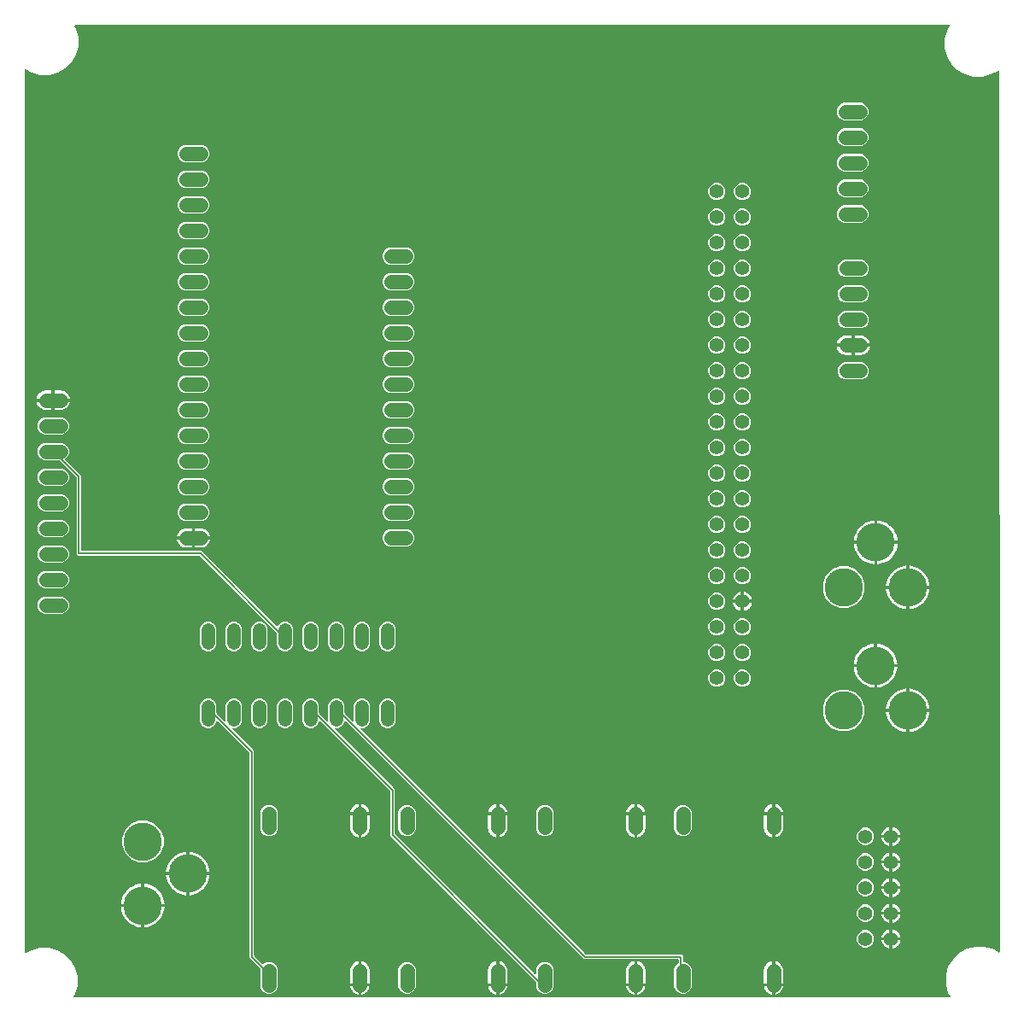
<source format=gbr>
G04 EAGLE Gerber RS-274X export*
G75*
%MOMM*%
%FSLAX34Y34*%
%LPD*%
%INTop Copper*%
%IPPOS*%
%AMOC8*
5,1,8,0,0,1.08239X$1,22.5*%
G01*
%ADD10C,1.320800*%
%ADD11C,1.408000*%
%ADD12C,1.408000*%
%ADD13C,3.810000*%
%ADD14C,0.152400*%

G36*
X926783Y10757D02*
X926783Y10757D01*
X926877Y10773D01*
X926972Y10781D01*
X926998Y10793D01*
X927026Y10797D01*
X927110Y10842D01*
X927197Y10880D01*
X927218Y10899D01*
X927243Y10912D01*
X927309Y10981D01*
X927379Y11045D01*
X927393Y11070D01*
X927413Y11091D01*
X927453Y11177D01*
X927499Y11260D01*
X927504Y11288D01*
X927516Y11314D01*
X927527Y11408D01*
X927544Y11502D01*
X927540Y11530D01*
X927543Y11558D01*
X927523Y11651D01*
X927510Y11745D01*
X927495Y11778D01*
X927491Y11799D01*
X927474Y11827D01*
X927442Y11899D01*
X925540Y15194D01*
X923289Y23593D01*
X923289Y32287D01*
X925540Y40686D01*
X929887Y48215D01*
X936035Y54363D01*
X943564Y58710D01*
X951963Y60961D01*
X960657Y60961D01*
X969056Y58710D01*
X975327Y55090D01*
X975416Y55056D01*
X975503Y55016D01*
X975531Y55013D01*
X975557Y55003D01*
X975653Y54999D01*
X975747Y54989D01*
X975775Y54995D01*
X975803Y54994D01*
X975895Y55021D01*
X975988Y55041D01*
X976012Y55056D01*
X976039Y55063D01*
X976117Y55118D01*
X976199Y55167D01*
X976217Y55189D01*
X976240Y55205D01*
X976296Y55282D01*
X976359Y55354D01*
X976369Y55380D01*
X976386Y55403D01*
X976415Y55494D01*
X976450Y55583D01*
X976454Y55618D01*
X976461Y55637D01*
X976460Y55670D01*
X976469Y55749D01*
X975906Y928910D01*
X975890Y929004D01*
X975882Y929098D01*
X975870Y929124D01*
X975866Y929152D01*
X975821Y929236D01*
X975783Y929324D01*
X975764Y929345D01*
X975751Y929370D01*
X975682Y929435D01*
X975618Y929506D01*
X975593Y929519D01*
X975572Y929539D01*
X975486Y929579D01*
X975403Y929625D01*
X975375Y929631D01*
X975349Y929642D01*
X975255Y929653D01*
X975161Y929670D01*
X975133Y929666D01*
X975104Y929669D01*
X975012Y929649D01*
X974917Y929636D01*
X974885Y929621D01*
X974864Y929617D01*
X974836Y929600D01*
X974764Y929568D01*
X967786Y925540D01*
X959387Y923289D01*
X950693Y923289D01*
X942294Y925540D01*
X934765Y929887D01*
X928617Y936035D01*
X924270Y943564D01*
X922019Y951963D01*
X922019Y960657D01*
X924270Y969056D01*
X927170Y974079D01*
X927204Y974169D01*
X927244Y974255D01*
X927247Y974283D01*
X927257Y974309D01*
X927260Y974405D01*
X927271Y974500D01*
X927265Y974527D01*
X927266Y974555D01*
X927239Y974647D01*
X927218Y974740D01*
X927204Y974764D01*
X927196Y974791D01*
X927141Y974869D01*
X927092Y974951D01*
X927071Y974969D01*
X927055Y974992D01*
X926978Y975049D01*
X926905Y975111D01*
X926879Y975121D01*
X926857Y975138D01*
X926766Y975167D01*
X926677Y975203D01*
X926642Y975206D01*
X926622Y975213D01*
X926589Y975212D01*
X926510Y975221D01*
X59796Y974663D01*
X59702Y974648D01*
X59607Y974639D01*
X59581Y974628D01*
X59553Y974623D01*
X59469Y974579D01*
X59382Y974541D01*
X59361Y974521D01*
X59336Y974508D01*
X59270Y974439D01*
X59200Y974375D01*
X59186Y974350D01*
X59166Y974330D01*
X59126Y974243D01*
X59080Y974160D01*
X59075Y974132D01*
X59063Y974106D01*
X59053Y974012D01*
X59035Y973918D01*
X59039Y973890D01*
X59036Y973862D01*
X59056Y973769D01*
X59070Y973675D01*
X59084Y973642D01*
X59088Y973622D01*
X59105Y973593D01*
X59137Y973521D01*
X60615Y970961D01*
X62866Y962562D01*
X62866Y953868D01*
X60615Y945469D01*
X56268Y937940D01*
X50120Y931792D01*
X42591Y927445D01*
X34192Y925194D01*
X25498Y925194D01*
X17099Y927445D01*
X10703Y931138D01*
X10613Y931172D01*
X10527Y931212D01*
X10499Y931215D01*
X10473Y931225D01*
X10377Y931228D01*
X10282Y931239D01*
X10255Y931233D01*
X10227Y931234D01*
X10135Y931207D01*
X10042Y931186D01*
X10018Y931172D01*
X9991Y931164D01*
X9913Y931109D01*
X9831Y931060D01*
X9812Y931039D01*
X9790Y931023D01*
X9733Y930946D01*
X9671Y930873D01*
X9660Y930847D01*
X9644Y930824D01*
X9615Y930734D01*
X9579Y930645D01*
X9575Y930610D01*
X9569Y930590D01*
X9569Y930557D01*
X9561Y930478D01*
X10125Y55098D01*
X10127Y55084D01*
X10126Y55073D01*
X10139Y55014D01*
X10141Y55005D01*
X10149Y54910D01*
X10161Y54884D01*
X10165Y54856D01*
X10210Y54772D01*
X10248Y54685D01*
X10267Y54664D01*
X10280Y54638D01*
X10349Y54573D01*
X10413Y54503D01*
X10438Y54489D01*
X10459Y54469D01*
X10545Y54429D01*
X10628Y54383D01*
X10656Y54378D01*
X10682Y54366D01*
X10776Y54355D01*
X10870Y54338D01*
X10898Y54342D01*
X10926Y54339D01*
X11019Y54359D01*
X11113Y54372D01*
X11146Y54387D01*
X11167Y54391D01*
X11195Y54408D01*
X11267Y54440D01*
X16464Y57440D01*
X24863Y59691D01*
X33557Y59691D01*
X41956Y57440D01*
X49485Y53093D01*
X55633Y46945D01*
X59980Y39416D01*
X62231Y31017D01*
X62231Y22323D01*
X59980Y13924D01*
X58489Y11341D01*
X58455Y11251D01*
X58415Y11165D01*
X58412Y11137D01*
X58402Y11111D01*
X58398Y11015D01*
X58388Y10920D01*
X58394Y10893D01*
X58393Y10865D01*
X58420Y10773D01*
X58440Y10680D01*
X58454Y10656D01*
X58462Y10629D01*
X58517Y10551D01*
X58566Y10469D01*
X58588Y10451D01*
X58604Y10428D01*
X58681Y10371D01*
X58753Y10309D01*
X58779Y10298D01*
X58802Y10282D01*
X58893Y10253D01*
X58982Y10217D01*
X59016Y10213D01*
X59036Y10207D01*
X59069Y10208D01*
X59148Y10199D01*
X926783Y10757D01*
G37*
%LPC*%
G36*
X523865Y14315D02*
X523865Y14315D01*
X520717Y15619D01*
X518307Y18028D01*
X517004Y21176D01*
X517004Y25547D01*
X516989Y25637D01*
X516982Y25728D01*
X516969Y25758D01*
X516964Y25790D01*
X516921Y25871D01*
X516885Y25955D01*
X516860Y25987D01*
X516849Y26007D01*
X516825Y26030D01*
X516781Y26086D01*
X372363Y170503D01*
X372363Y214637D01*
X372349Y214728D01*
X372341Y214818D01*
X372329Y214848D01*
X372324Y214880D01*
X372281Y214961D01*
X372245Y215045D01*
X372219Y215077D01*
X372208Y215098D01*
X372185Y215120D01*
X372140Y215176D01*
X302798Y284518D01*
X302740Y284560D01*
X302688Y284609D01*
X302641Y284631D01*
X302599Y284661D01*
X302530Y284682D01*
X302465Y284713D01*
X302413Y284718D01*
X302363Y284734D01*
X302292Y284732D01*
X302221Y284740D01*
X302170Y284729D01*
X302118Y284727D01*
X302050Y284703D01*
X301980Y284688D01*
X301935Y284661D01*
X301887Y284643D01*
X301831Y284598D01*
X301769Y284561D01*
X301735Y284522D01*
X301695Y284489D01*
X301656Y284429D01*
X301609Y284374D01*
X301590Y284326D01*
X301562Y284282D01*
X301544Y284213D01*
X301517Y284146D01*
X301509Y284075D01*
X301501Y284044D01*
X301503Y284020D01*
X301499Y283980D01*
X301499Y283879D01*
X300261Y280891D01*
X297975Y278605D01*
X294987Y277367D01*
X291753Y277367D01*
X288765Y278605D01*
X286479Y280891D01*
X285241Y283879D01*
X285241Y300321D01*
X286479Y303309D01*
X288765Y305595D01*
X291753Y306833D01*
X294987Y306833D01*
X297975Y305595D01*
X300261Y303309D01*
X301499Y300321D01*
X301499Y292601D01*
X301501Y292590D01*
X301500Y292583D01*
X301507Y292549D01*
X301513Y292510D01*
X301521Y292420D01*
X301533Y292390D01*
X301538Y292358D01*
X301581Y292277D01*
X301617Y292193D01*
X301643Y292161D01*
X301654Y292140D01*
X301677Y292118D01*
X301722Y292062D01*
X309342Y284442D01*
X309400Y284400D01*
X309452Y284351D01*
X309499Y284329D01*
X309541Y284299D01*
X309610Y284278D01*
X309675Y284247D01*
X309727Y284242D01*
X309777Y284226D01*
X309848Y284228D01*
X309919Y284220D01*
X309970Y284231D01*
X310022Y284233D01*
X310090Y284257D01*
X310160Y284272D01*
X310205Y284299D01*
X310253Y284317D01*
X310309Y284362D01*
X310371Y284399D01*
X310405Y284438D01*
X310445Y284471D01*
X310484Y284531D01*
X310531Y284586D01*
X310550Y284634D01*
X310578Y284678D01*
X310596Y284747D01*
X310623Y284814D01*
X310631Y284885D01*
X310639Y284916D01*
X310637Y284940D01*
X310641Y284980D01*
X310641Y300321D01*
X311879Y303309D01*
X314165Y305595D01*
X317153Y306833D01*
X320387Y306833D01*
X323375Y305595D01*
X325661Y303309D01*
X326899Y300321D01*
X326899Y292600D01*
X326900Y292590D01*
X326900Y292583D01*
X326907Y292549D01*
X326913Y292510D01*
X326921Y292419D01*
X326933Y292390D01*
X326938Y292358D01*
X326981Y292277D01*
X327017Y292193D01*
X327043Y292161D01*
X327054Y292140D01*
X327077Y292118D01*
X327122Y292062D01*
X334742Y284442D01*
X334800Y284400D01*
X334852Y284351D01*
X334899Y284329D01*
X334941Y284299D01*
X335010Y284278D01*
X335075Y284247D01*
X335127Y284242D01*
X335177Y284226D01*
X335248Y284228D01*
X335319Y284220D01*
X335370Y284231D01*
X335422Y284233D01*
X335490Y284257D01*
X335560Y284272D01*
X335604Y284299D01*
X335653Y284317D01*
X335709Y284362D01*
X335771Y284399D01*
X335805Y284438D01*
X335845Y284471D01*
X335884Y284531D01*
X335931Y284586D01*
X335950Y284634D01*
X335978Y284678D01*
X335996Y284747D01*
X336023Y284814D01*
X336031Y284885D01*
X336039Y284916D01*
X336037Y284940D01*
X336041Y284980D01*
X336041Y300321D01*
X337279Y303309D01*
X339565Y305595D01*
X342553Y306833D01*
X345787Y306833D01*
X348775Y305595D01*
X351061Y303309D01*
X352299Y300321D01*
X352299Y283879D01*
X351061Y280891D01*
X348775Y278605D01*
X345787Y277367D01*
X343654Y277367D01*
X343584Y277356D01*
X343512Y277354D01*
X343463Y277336D01*
X343412Y277328D01*
X343348Y277294D01*
X343281Y277269D01*
X343240Y277237D01*
X343194Y277212D01*
X343145Y277160D01*
X343089Y277116D01*
X343061Y277072D01*
X343025Y277034D01*
X342995Y276969D01*
X342956Y276909D01*
X342943Y276858D01*
X342921Y276811D01*
X342913Y276740D01*
X342896Y276670D01*
X342900Y276618D01*
X342894Y276567D01*
X342909Y276496D01*
X342915Y276425D01*
X342935Y276377D01*
X342946Y276326D01*
X342983Y276265D01*
X343011Y276199D01*
X343056Y276143D01*
X343073Y276115D01*
X343090Y276100D01*
X343116Y276068D01*
X565874Y53310D01*
X565948Y53257D01*
X566018Y53197D01*
X566048Y53185D01*
X566074Y53166D01*
X566161Y53139D01*
X566246Y53105D01*
X566287Y53101D01*
X566309Y53094D01*
X566341Y53095D01*
X566413Y53087D01*
X661347Y53087D01*
X662687Y51747D01*
X662687Y46286D01*
X662690Y46266D01*
X662688Y46247D01*
X662710Y46145D01*
X662726Y46043D01*
X662736Y46026D01*
X662740Y46006D01*
X662793Y45917D01*
X662842Y45826D01*
X662856Y45812D01*
X662866Y45795D01*
X662945Y45728D01*
X663020Y45656D01*
X663038Y45648D01*
X663053Y45635D01*
X663149Y45596D01*
X663243Y45553D01*
X663263Y45551D01*
X663281Y45543D01*
X663448Y45525D01*
X664009Y45525D01*
X667156Y44221D01*
X669566Y41812D01*
X670870Y38664D01*
X670870Y21176D01*
X669566Y18028D01*
X667156Y15619D01*
X664009Y14315D01*
X660601Y14315D01*
X657453Y15619D01*
X655044Y18028D01*
X653740Y21176D01*
X653740Y38664D01*
X655044Y41812D01*
X657453Y44221D01*
X657643Y44300D01*
X657742Y44361D01*
X657843Y44421D01*
X657847Y44426D01*
X657852Y44429D01*
X657927Y44519D01*
X658003Y44608D01*
X658005Y44614D01*
X658009Y44619D01*
X658051Y44727D01*
X658095Y44836D01*
X658096Y44844D01*
X658097Y44848D01*
X658098Y44867D01*
X658113Y45003D01*
X658113Y47752D01*
X658110Y47772D01*
X658112Y47791D01*
X658090Y47893D01*
X658074Y47995D01*
X658064Y48012D01*
X658060Y48032D01*
X658007Y48121D01*
X657958Y48212D01*
X657944Y48226D01*
X657934Y48243D01*
X657855Y48310D01*
X657780Y48382D01*
X657762Y48390D01*
X657747Y48403D01*
X657651Y48442D01*
X657557Y48485D01*
X657537Y48487D01*
X657519Y48495D01*
X657352Y48513D01*
X564203Y48513D01*
X562640Y50076D01*
X328198Y284518D01*
X328140Y284560D01*
X328088Y284609D01*
X328041Y284631D01*
X327999Y284661D01*
X327930Y284682D01*
X327865Y284713D01*
X327813Y284718D01*
X327763Y284734D01*
X327692Y284732D01*
X327621Y284740D01*
X327570Y284729D01*
X327518Y284727D01*
X327450Y284703D01*
X327380Y284688D01*
X327336Y284661D01*
X327287Y284643D01*
X327231Y284598D01*
X327169Y284561D01*
X327135Y284522D01*
X327095Y284489D01*
X327056Y284429D01*
X327009Y284374D01*
X326990Y284326D01*
X326962Y284282D01*
X326944Y284213D01*
X326917Y284146D01*
X326909Y284075D01*
X326901Y284044D01*
X326903Y284020D01*
X326899Y283980D01*
X326899Y283879D01*
X325661Y280891D01*
X323375Y278605D01*
X320387Y277367D01*
X318254Y277367D01*
X318184Y277356D01*
X318112Y277354D01*
X318063Y277336D01*
X318012Y277328D01*
X317948Y277294D01*
X317881Y277269D01*
X317840Y277237D01*
X317794Y277212D01*
X317745Y277160D01*
X317689Y277116D01*
X317661Y277072D01*
X317625Y277034D01*
X317595Y276969D01*
X317556Y276909D01*
X317543Y276858D01*
X317521Y276811D01*
X317513Y276740D01*
X317496Y276670D01*
X317500Y276618D01*
X317494Y276567D01*
X317509Y276496D01*
X317515Y276425D01*
X317535Y276377D01*
X317546Y276326D01*
X317583Y276265D01*
X317611Y276199D01*
X317656Y276143D01*
X317673Y276115D01*
X317690Y276100D01*
X317716Y276068D01*
X375374Y218410D01*
X376937Y216847D01*
X376937Y172713D01*
X376951Y172622D01*
X376959Y172532D01*
X376971Y172502D01*
X376976Y172470D01*
X377019Y172389D01*
X377055Y172305D01*
X377081Y172273D01*
X377092Y172252D01*
X377115Y172230D01*
X377160Y172174D01*
X515704Y33630D01*
X515762Y33588D01*
X515814Y33539D01*
X515862Y33517D01*
X515904Y33486D01*
X515972Y33465D01*
X516037Y33435D01*
X516089Y33429D01*
X516139Y33414D01*
X516211Y33416D01*
X516282Y33408D01*
X516333Y33419D01*
X516385Y33420D01*
X516452Y33445D01*
X516522Y33460D01*
X516567Y33487D01*
X516616Y33505D01*
X516672Y33550D01*
X516733Y33586D01*
X516767Y33626D01*
X516808Y33659D01*
X516846Y33719D01*
X516893Y33773D01*
X516913Y33822D01*
X516941Y33865D01*
X516958Y33935D01*
X516985Y34001D01*
X516993Y34073D01*
X517001Y34104D01*
X516999Y34127D01*
X517004Y34168D01*
X517004Y38664D01*
X518307Y41812D01*
X520717Y44221D01*
X523865Y45525D01*
X527272Y45525D01*
X530420Y44221D01*
X532829Y41812D01*
X534133Y38664D01*
X534133Y21176D01*
X532829Y18028D01*
X530420Y15619D01*
X527272Y14315D01*
X523865Y14315D01*
G37*
%LPD*%
%LPC*%
G36*
X250391Y14315D02*
X250391Y14315D01*
X247243Y15619D01*
X244834Y18028D01*
X243530Y21176D01*
X243530Y38670D01*
X243516Y38761D01*
X243508Y38851D01*
X243496Y38881D01*
X243491Y38913D01*
X243448Y38994D01*
X243412Y39078D01*
X243386Y39110D01*
X243375Y39131D01*
X243352Y39153D01*
X243307Y39209D01*
X232663Y49853D01*
X232663Y252737D01*
X232649Y252828D01*
X232641Y252918D01*
X232629Y252948D01*
X232624Y252980D01*
X232581Y253061D01*
X232545Y253145D01*
X232519Y253177D01*
X232508Y253198D01*
X232485Y253220D01*
X232440Y253276D01*
X201198Y284518D01*
X201140Y284560D01*
X201088Y284609D01*
X201041Y284631D01*
X200999Y284661D01*
X200930Y284682D01*
X200865Y284713D01*
X200813Y284718D01*
X200763Y284734D01*
X200692Y284732D01*
X200621Y284740D01*
X200570Y284729D01*
X200518Y284727D01*
X200450Y284703D01*
X200380Y284688D01*
X200335Y284661D01*
X200287Y284643D01*
X200231Y284598D01*
X200169Y284561D01*
X200135Y284522D01*
X200095Y284489D01*
X200056Y284429D01*
X200009Y284374D01*
X199990Y284326D01*
X199962Y284282D01*
X199944Y284213D01*
X199917Y284146D01*
X199909Y284075D01*
X199901Y284044D01*
X199903Y284020D01*
X199899Y283980D01*
X199899Y283879D01*
X198661Y280891D01*
X196375Y278605D01*
X193387Y277367D01*
X190153Y277367D01*
X187165Y278605D01*
X184879Y280891D01*
X183641Y283879D01*
X183641Y300321D01*
X184879Y303309D01*
X187165Y305595D01*
X190153Y306833D01*
X193387Y306833D01*
X196375Y305595D01*
X198661Y303309D01*
X199899Y300321D01*
X199899Y292601D01*
X199901Y292590D01*
X199900Y292583D01*
X199907Y292549D01*
X199913Y292510D01*
X199921Y292420D01*
X199933Y292390D01*
X199938Y292358D01*
X199981Y292277D01*
X200017Y292193D01*
X200043Y292161D01*
X200054Y292140D01*
X200077Y292118D01*
X200122Y292062D01*
X207742Y284442D01*
X207800Y284400D01*
X207852Y284351D01*
X207899Y284329D01*
X207941Y284299D01*
X208010Y284278D01*
X208075Y284247D01*
X208127Y284242D01*
X208177Y284226D01*
X208248Y284228D01*
X208319Y284220D01*
X208370Y284231D01*
X208422Y284233D01*
X208490Y284257D01*
X208560Y284272D01*
X208605Y284299D01*
X208653Y284317D01*
X208709Y284362D01*
X208771Y284399D01*
X208805Y284438D01*
X208845Y284471D01*
X208884Y284531D01*
X208931Y284586D01*
X208950Y284634D01*
X208978Y284678D01*
X208996Y284747D01*
X209023Y284814D01*
X209031Y284885D01*
X209039Y284916D01*
X209037Y284940D01*
X209041Y284980D01*
X209041Y300321D01*
X210279Y303309D01*
X212565Y305595D01*
X215553Y306833D01*
X218787Y306833D01*
X221775Y305595D01*
X224061Y303309D01*
X225299Y300321D01*
X225299Y283879D01*
X224061Y280891D01*
X221775Y278605D01*
X218787Y277367D01*
X216654Y277367D01*
X216584Y277356D01*
X216512Y277354D01*
X216463Y277336D01*
X216412Y277328D01*
X216348Y277294D01*
X216281Y277269D01*
X216240Y277237D01*
X216194Y277212D01*
X216145Y277160D01*
X216089Y277116D01*
X216061Y277072D01*
X216025Y277034D01*
X215995Y276969D01*
X215956Y276909D01*
X215943Y276858D01*
X215921Y276811D01*
X215913Y276740D01*
X215896Y276670D01*
X215900Y276618D01*
X215894Y276567D01*
X215909Y276496D01*
X215915Y276425D01*
X215935Y276377D01*
X215946Y276326D01*
X215983Y276265D01*
X216011Y276199D01*
X216056Y276143D01*
X216073Y276115D01*
X216090Y276100D01*
X216116Y276068D01*
X235674Y256510D01*
X237237Y254947D01*
X237237Y52063D01*
X237240Y52045D01*
X237238Y52028D01*
X237252Y51961D01*
X237259Y51882D01*
X237271Y51852D01*
X237276Y51820D01*
X237288Y51799D01*
X237290Y51788D01*
X237319Y51739D01*
X237355Y51655D01*
X237381Y51623D01*
X237392Y51602D01*
X237413Y51582D01*
X237416Y51577D01*
X237421Y51572D01*
X237460Y51524D01*
X245465Y43519D01*
X245481Y43507D01*
X245494Y43492D01*
X245581Y43436D01*
X245665Y43375D01*
X245684Y43370D01*
X245701Y43359D01*
X245801Y43333D01*
X245900Y43303D01*
X245920Y43304D01*
X245939Y43299D01*
X246042Y43307D01*
X246146Y43309D01*
X246164Y43316D01*
X246184Y43318D01*
X246279Y43358D01*
X246377Y43394D01*
X246392Y43406D01*
X246411Y43414D01*
X246542Y43519D01*
X247243Y44221D01*
X250391Y45525D01*
X253799Y45525D01*
X256947Y44221D01*
X259356Y41812D01*
X260660Y38664D01*
X260660Y21176D01*
X259356Y18028D01*
X256947Y15619D01*
X253799Y14315D01*
X250391Y14315D01*
G37*
%LPD*%
%LPC*%
G36*
X266353Y353567D02*
X266353Y353567D01*
X263365Y354805D01*
X261079Y357091D01*
X259841Y360079D01*
X259841Y371609D01*
X259827Y371700D01*
X259819Y371790D01*
X259807Y371820D01*
X259802Y371852D01*
X259759Y371933D01*
X259723Y372017D01*
X259697Y372049D01*
X259686Y372070D01*
X259663Y372092D01*
X259618Y372148D01*
X183426Y448340D01*
X183352Y448393D01*
X183282Y448453D01*
X183252Y448465D01*
X183226Y448484D01*
X183139Y448511D01*
X183054Y448545D01*
X183013Y448549D01*
X182991Y448556D01*
X182959Y448555D01*
X182887Y448563D01*
X62553Y448563D01*
X61213Y449903D01*
X61213Y525787D01*
X61199Y525878D01*
X61191Y525968D01*
X61179Y525998D01*
X61174Y526030D01*
X61131Y526111D01*
X61095Y526195D01*
X61069Y526227D01*
X61058Y526248D01*
X61035Y526270D01*
X60990Y526326D01*
X44289Y543027D01*
X44215Y543080D01*
X44145Y543140D01*
X44115Y543152D01*
X44089Y543171D01*
X44002Y543198D01*
X43917Y543232D01*
X43876Y543236D01*
X43854Y543243D01*
X43822Y543242D01*
X43750Y543250D01*
X29356Y543250D01*
X26208Y544554D01*
X23799Y546963D01*
X22495Y550111D01*
X22495Y553519D01*
X23799Y556667D01*
X26208Y559076D01*
X29356Y560380D01*
X46844Y560380D01*
X49992Y559076D01*
X52401Y556667D01*
X53705Y553519D01*
X53705Y550111D01*
X52401Y546963D01*
X50149Y544712D01*
X50137Y544695D01*
X50122Y544683D01*
X50066Y544596D01*
X50005Y544512D01*
X50000Y544493D01*
X49989Y544476D01*
X49963Y544376D01*
X49933Y544277D01*
X49934Y544257D01*
X49929Y544237D01*
X49937Y544135D01*
X49939Y544031D01*
X49946Y544012D01*
X49948Y543992D01*
X49988Y543897D01*
X50024Y543800D01*
X50036Y543784D01*
X50044Y543766D01*
X50149Y543635D01*
X65787Y527997D01*
X65787Y453898D01*
X65790Y453878D01*
X65788Y453859D01*
X65810Y453757D01*
X65826Y453655D01*
X65836Y453638D01*
X65840Y453618D01*
X65893Y453529D01*
X65942Y453438D01*
X65956Y453424D01*
X65966Y453407D01*
X66045Y453340D01*
X66120Y453268D01*
X66138Y453260D01*
X66153Y453247D01*
X66249Y453208D01*
X66343Y453165D01*
X66363Y453163D01*
X66381Y453155D01*
X66548Y453137D01*
X185097Y453137D01*
X186660Y451574D01*
X259584Y378650D01*
X259621Y378623D01*
X259652Y378589D01*
X259721Y378552D01*
X259784Y378506D01*
X259827Y378493D01*
X259868Y378471D01*
X259944Y378457D01*
X260019Y378434D01*
X260065Y378435D01*
X260110Y378427D01*
X260187Y378438D01*
X260265Y378440D01*
X260308Y378456D01*
X260353Y378463D01*
X260423Y378498D01*
X260496Y378525D01*
X260531Y378554D01*
X260572Y378574D01*
X260627Y378630D01*
X260688Y378679D01*
X260712Y378717D01*
X260745Y378750D01*
X260811Y378870D01*
X260821Y378886D01*
X260822Y378890D01*
X260825Y378897D01*
X261079Y379509D01*
X263365Y381795D01*
X266353Y383033D01*
X269587Y383033D01*
X272575Y381795D01*
X274861Y379509D01*
X276099Y376521D01*
X276099Y360079D01*
X274861Y357091D01*
X272575Y354805D01*
X269587Y353567D01*
X266353Y353567D01*
G37*
%LPD*%
%LPC*%
G36*
X817675Y274456D02*
X817675Y274456D01*
X810113Y277589D01*
X804325Y283377D01*
X801193Y290939D01*
X801193Y299124D01*
X804325Y306686D01*
X810113Y312474D01*
X817675Y315606D01*
X825860Y315606D01*
X833422Y312474D01*
X839210Y306686D01*
X842343Y299124D01*
X842343Y290939D01*
X839210Y283377D01*
X833422Y277589D01*
X825860Y274456D01*
X817675Y274456D01*
G37*
%LPD*%
%LPC*%
G36*
X817753Y396620D02*
X817753Y396620D01*
X810190Y399753D01*
X804403Y405540D01*
X801270Y413102D01*
X801270Y421288D01*
X804403Y428850D01*
X810190Y434637D01*
X817753Y437770D01*
X825938Y437770D01*
X833500Y434637D01*
X839288Y428850D01*
X842420Y421288D01*
X842420Y413102D01*
X839288Y405540D01*
X833500Y399753D01*
X825938Y396620D01*
X817753Y396620D01*
G37*
%LPD*%
%LPC*%
G36*
X122907Y144525D02*
X122907Y144525D01*
X115345Y147658D01*
X109558Y153445D01*
X106425Y161007D01*
X106425Y169193D01*
X109558Y176755D01*
X115345Y182542D01*
X122907Y185675D01*
X131093Y185675D01*
X138655Y182542D01*
X144442Y176755D01*
X147575Y169193D01*
X147575Y161007D01*
X144442Y153445D01*
X138655Y147658D01*
X131093Y144525D01*
X122907Y144525D01*
G37*
%LPD*%
%LPC*%
G36*
X821836Y829635D02*
X821836Y829635D01*
X818688Y830939D01*
X816279Y833348D01*
X814975Y836496D01*
X814975Y839904D01*
X816279Y843052D01*
X818688Y845461D01*
X821836Y846765D01*
X839324Y846765D01*
X842472Y845461D01*
X844881Y843052D01*
X846185Y839904D01*
X846185Y836496D01*
X844881Y833348D01*
X842472Y830939D01*
X839324Y829635D01*
X821836Y829635D01*
G37*
%LPD*%
%LPC*%
G36*
X168421Y813125D02*
X168421Y813125D01*
X165273Y814429D01*
X162864Y816838D01*
X161560Y819986D01*
X161560Y823394D01*
X162864Y826542D01*
X165273Y828951D01*
X168421Y830255D01*
X185909Y830255D01*
X189057Y828951D01*
X191466Y826542D01*
X192770Y823394D01*
X192770Y819986D01*
X191466Y816838D01*
X189057Y814429D01*
X185909Y813125D01*
X168421Y813125D01*
G37*
%LPD*%
%LPC*%
G36*
X821836Y804235D02*
X821836Y804235D01*
X818688Y805539D01*
X816279Y807948D01*
X814975Y811096D01*
X814975Y814504D01*
X816279Y817652D01*
X818688Y820061D01*
X821836Y821365D01*
X839324Y821365D01*
X842472Y820061D01*
X844881Y817652D01*
X846185Y814504D01*
X846185Y811096D01*
X844881Y807948D01*
X842472Y805539D01*
X839324Y804235D01*
X821836Y804235D01*
G37*
%LPD*%
%LPC*%
G36*
X523865Y170235D02*
X523865Y170235D01*
X520717Y171539D01*
X518307Y173948D01*
X517004Y177096D01*
X517004Y194584D01*
X518307Y197732D01*
X520717Y200141D01*
X523865Y201445D01*
X527272Y201445D01*
X530420Y200141D01*
X532829Y197732D01*
X534133Y194584D01*
X534133Y177096D01*
X532829Y173948D01*
X530420Y171539D01*
X527272Y170235D01*
X523865Y170235D01*
G37*
%LPD*%
%LPC*%
G36*
X387128Y170235D02*
X387128Y170235D01*
X383980Y171539D01*
X381571Y173948D01*
X380267Y177096D01*
X380267Y194584D01*
X381571Y197732D01*
X383980Y200141D01*
X387128Y201445D01*
X390535Y201445D01*
X393683Y200141D01*
X396092Y197732D01*
X397396Y194584D01*
X397396Y177096D01*
X396092Y173948D01*
X393683Y171539D01*
X390535Y170235D01*
X387128Y170235D01*
G37*
%LPD*%
%LPC*%
G36*
X168421Y787725D02*
X168421Y787725D01*
X165273Y789029D01*
X162864Y791438D01*
X161560Y794586D01*
X161560Y797994D01*
X162864Y801142D01*
X165273Y803551D01*
X168421Y804855D01*
X185909Y804855D01*
X189057Y803551D01*
X191466Y801142D01*
X192770Y797994D01*
X192770Y794586D01*
X191466Y791438D01*
X189057Y789029D01*
X185909Y787725D01*
X168421Y787725D01*
G37*
%LPD*%
%LPC*%
G36*
X821836Y778835D02*
X821836Y778835D01*
X818688Y780139D01*
X816279Y782548D01*
X814975Y785696D01*
X814975Y789104D01*
X816279Y792252D01*
X818688Y794661D01*
X821836Y795965D01*
X839324Y795965D01*
X842472Y794661D01*
X844881Y792252D01*
X846185Y789104D01*
X846185Y785696D01*
X844881Y782548D01*
X842472Y780139D01*
X839324Y778835D01*
X821836Y778835D01*
G37*
%LPD*%
%LPC*%
G36*
X660601Y170235D02*
X660601Y170235D01*
X657453Y171539D01*
X655044Y173948D01*
X653740Y177096D01*
X653740Y194584D01*
X655044Y197732D01*
X657453Y200141D01*
X660601Y201445D01*
X664009Y201445D01*
X667156Y200141D01*
X669566Y197732D01*
X670870Y194584D01*
X670870Y177096D01*
X669566Y173948D01*
X667156Y171539D01*
X664009Y170235D01*
X660601Y170235D01*
G37*
%LPD*%
%LPC*%
G36*
X29356Y568650D02*
X29356Y568650D01*
X26208Y569954D01*
X23799Y572363D01*
X22495Y575511D01*
X22495Y578919D01*
X23799Y582067D01*
X26208Y584476D01*
X29356Y585780D01*
X46844Y585780D01*
X49992Y584476D01*
X52401Y582067D01*
X53705Y578919D01*
X53705Y575511D01*
X52401Y572363D01*
X49992Y569954D01*
X46844Y568650D01*
X29356Y568650D01*
G37*
%LPD*%
%LPC*%
G36*
X168421Y762325D02*
X168421Y762325D01*
X165273Y763629D01*
X162864Y766038D01*
X161560Y769186D01*
X161560Y772594D01*
X162864Y775742D01*
X165273Y778151D01*
X168421Y779455D01*
X185909Y779455D01*
X189057Y778151D01*
X191466Y775742D01*
X192770Y772594D01*
X192770Y769186D01*
X191466Y766038D01*
X189057Y763629D01*
X185909Y762325D01*
X168421Y762325D01*
G37*
%LPD*%
%LPC*%
G36*
X371621Y559125D02*
X371621Y559125D01*
X368473Y560429D01*
X366064Y562838D01*
X364760Y565986D01*
X364760Y569394D01*
X366064Y572542D01*
X368473Y574951D01*
X371621Y576255D01*
X389109Y576255D01*
X392257Y574951D01*
X394666Y572542D01*
X395970Y569394D01*
X395970Y565986D01*
X394666Y562838D01*
X392257Y560429D01*
X389109Y559125D01*
X371621Y559125D01*
G37*
%LPD*%
%LPC*%
G36*
X168421Y559125D02*
X168421Y559125D01*
X165273Y560429D01*
X162864Y562838D01*
X161560Y565986D01*
X161560Y569394D01*
X162864Y572542D01*
X165273Y574951D01*
X168421Y576255D01*
X185909Y576255D01*
X189057Y574951D01*
X191466Y572542D01*
X192770Y569394D01*
X192770Y565986D01*
X191466Y562838D01*
X189057Y560429D01*
X185909Y559125D01*
X168421Y559125D01*
G37*
%LPD*%
%LPC*%
G36*
X371621Y736925D02*
X371621Y736925D01*
X368473Y738229D01*
X366064Y740638D01*
X364760Y743786D01*
X364760Y747194D01*
X366064Y750342D01*
X368473Y752751D01*
X371621Y754055D01*
X389109Y754055D01*
X392257Y752751D01*
X394666Y750342D01*
X395970Y747194D01*
X395970Y743786D01*
X394666Y740638D01*
X392257Y738229D01*
X389109Y736925D01*
X371621Y736925D01*
G37*
%LPD*%
%LPC*%
G36*
X168421Y736925D02*
X168421Y736925D01*
X165273Y738229D01*
X162864Y740638D01*
X161560Y743786D01*
X161560Y747194D01*
X162864Y750342D01*
X165273Y752751D01*
X168421Y754055D01*
X185909Y754055D01*
X189057Y752751D01*
X191466Y750342D01*
X192770Y747194D01*
X192770Y743786D01*
X191466Y740638D01*
X189057Y738229D01*
X185909Y736925D01*
X168421Y736925D01*
G37*
%LPD*%
%LPC*%
G36*
X822471Y724860D02*
X822471Y724860D01*
X819323Y726164D01*
X816914Y728573D01*
X815610Y731721D01*
X815610Y735129D01*
X816914Y738277D01*
X819323Y740686D01*
X822471Y741990D01*
X839959Y741990D01*
X843107Y740686D01*
X845516Y738277D01*
X846820Y735129D01*
X846820Y731721D01*
X845516Y728573D01*
X843107Y726164D01*
X839959Y724860D01*
X822471Y724860D01*
G37*
%LPD*%
%LPC*%
G36*
X371621Y635325D02*
X371621Y635325D01*
X368473Y636629D01*
X366064Y639038D01*
X364760Y642186D01*
X364760Y645594D01*
X366064Y648742D01*
X368473Y651151D01*
X371621Y652455D01*
X389109Y652455D01*
X392257Y651151D01*
X394666Y648742D01*
X395970Y645594D01*
X395970Y642186D01*
X394666Y639038D01*
X392257Y636629D01*
X389109Y635325D01*
X371621Y635325D01*
G37*
%LPD*%
%LPC*%
G36*
X168421Y711525D02*
X168421Y711525D01*
X165273Y712829D01*
X162864Y715238D01*
X161560Y718386D01*
X161560Y721794D01*
X162864Y724942D01*
X165273Y727351D01*
X168421Y728655D01*
X185909Y728655D01*
X189057Y727351D01*
X191466Y724942D01*
X192770Y721794D01*
X192770Y718386D01*
X191466Y715238D01*
X189057Y712829D01*
X185909Y711525D01*
X168421Y711525D01*
G37*
%LPD*%
%LPC*%
G36*
X822471Y699460D02*
X822471Y699460D01*
X819323Y700764D01*
X816914Y703173D01*
X815610Y706321D01*
X815610Y709729D01*
X816914Y712877D01*
X819323Y715286D01*
X822471Y716590D01*
X839959Y716590D01*
X843107Y715286D01*
X845516Y712877D01*
X846820Y709729D01*
X846820Y706321D01*
X845516Y703173D01*
X843107Y700764D01*
X839959Y699460D01*
X822471Y699460D01*
G37*
%LPD*%
%LPC*%
G36*
X387128Y14315D02*
X387128Y14315D01*
X383980Y15619D01*
X381571Y18028D01*
X380267Y21176D01*
X380267Y38664D01*
X381571Y41812D01*
X383980Y44221D01*
X387128Y45525D01*
X390535Y45525D01*
X393683Y44221D01*
X396092Y41812D01*
X397396Y38664D01*
X397396Y21176D01*
X396092Y18028D01*
X393683Y15619D01*
X390535Y14315D01*
X387128Y14315D01*
G37*
%LPD*%
%LPC*%
G36*
X371621Y686125D02*
X371621Y686125D01*
X368473Y687429D01*
X366064Y689838D01*
X364760Y692986D01*
X364760Y696394D01*
X366064Y699542D01*
X368473Y701951D01*
X371621Y703255D01*
X389109Y703255D01*
X392257Y701951D01*
X394666Y699542D01*
X395970Y696394D01*
X395970Y692986D01*
X394666Y689838D01*
X392257Y687429D01*
X389109Y686125D01*
X371621Y686125D01*
G37*
%LPD*%
%LPC*%
G36*
X371621Y711525D02*
X371621Y711525D01*
X368473Y712829D01*
X366064Y715238D01*
X364760Y718386D01*
X364760Y721794D01*
X366064Y724942D01*
X368473Y727351D01*
X371621Y728655D01*
X389109Y728655D01*
X392257Y727351D01*
X394666Y724942D01*
X395970Y721794D01*
X395970Y718386D01*
X394666Y715238D01*
X392257Y712829D01*
X389109Y711525D01*
X371621Y711525D01*
G37*
%LPD*%
%LPC*%
G36*
X822471Y674060D02*
X822471Y674060D01*
X819323Y675364D01*
X816914Y677773D01*
X815610Y680921D01*
X815610Y684329D01*
X816914Y687477D01*
X819323Y689886D01*
X822471Y691190D01*
X839959Y691190D01*
X843107Y689886D01*
X845516Y687477D01*
X846820Y684329D01*
X846820Y680921D01*
X845516Y677773D01*
X843107Y675364D01*
X839959Y674060D01*
X822471Y674060D01*
G37*
%LPD*%
%LPC*%
G36*
X371621Y533725D02*
X371621Y533725D01*
X368473Y535029D01*
X366064Y537438D01*
X364760Y540586D01*
X364760Y543994D01*
X366064Y547142D01*
X368473Y549551D01*
X371621Y550855D01*
X389109Y550855D01*
X392257Y549551D01*
X394666Y547142D01*
X395970Y543994D01*
X395970Y540586D01*
X394666Y537438D01*
X392257Y535029D01*
X389109Y533725D01*
X371621Y533725D01*
G37*
%LPD*%
%LPC*%
G36*
X168421Y533725D02*
X168421Y533725D01*
X165273Y535029D01*
X162864Y537438D01*
X161560Y540586D01*
X161560Y543994D01*
X162864Y547142D01*
X165273Y549551D01*
X168421Y550855D01*
X185909Y550855D01*
X189057Y549551D01*
X191466Y547142D01*
X192770Y543994D01*
X192770Y540586D01*
X191466Y537438D01*
X189057Y535029D01*
X185909Y533725D01*
X168421Y533725D01*
G37*
%LPD*%
%LPC*%
G36*
X371621Y660725D02*
X371621Y660725D01*
X368473Y662029D01*
X366064Y664438D01*
X364760Y667586D01*
X364760Y670994D01*
X366064Y674142D01*
X368473Y676551D01*
X371621Y677855D01*
X389109Y677855D01*
X392257Y676551D01*
X394666Y674142D01*
X395970Y670994D01*
X395970Y667586D01*
X394666Y664438D01*
X392257Y662029D01*
X389109Y660725D01*
X371621Y660725D01*
G37*
%LPD*%
%LPC*%
G36*
X168421Y660725D02*
X168421Y660725D01*
X165273Y662029D01*
X162864Y664438D01*
X161560Y667586D01*
X161560Y670994D01*
X162864Y674142D01*
X165273Y676551D01*
X168421Y677855D01*
X185909Y677855D01*
X189057Y676551D01*
X191466Y674142D01*
X192770Y670994D01*
X192770Y667586D01*
X191466Y664438D01*
X189057Y662029D01*
X185909Y660725D01*
X168421Y660725D01*
G37*
%LPD*%
%LPC*%
G36*
X168421Y686125D02*
X168421Y686125D01*
X165273Y687429D01*
X162864Y689838D01*
X161560Y692986D01*
X161560Y696394D01*
X162864Y699542D01*
X165273Y701951D01*
X168421Y703255D01*
X185909Y703255D01*
X189057Y701951D01*
X191466Y699542D01*
X192770Y696394D01*
X192770Y692986D01*
X191466Y689838D01*
X189057Y687429D01*
X185909Y686125D01*
X168421Y686125D01*
G37*
%LPD*%
%LPC*%
G36*
X821836Y880435D02*
X821836Y880435D01*
X818688Y881739D01*
X816279Y884148D01*
X814975Y887296D01*
X814975Y890704D01*
X816279Y893852D01*
X818688Y896261D01*
X821836Y897565D01*
X839324Y897565D01*
X842472Y896261D01*
X844881Y893852D01*
X846185Y890704D01*
X846185Y887296D01*
X844881Y884148D01*
X842472Y881739D01*
X839324Y880435D01*
X821836Y880435D01*
G37*
%LPD*%
%LPC*%
G36*
X29356Y517850D02*
X29356Y517850D01*
X26208Y519154D01*
X23799Y521563D01*
X22495Y524711D01*
X22495Y528119D01*
X23799Y531267D01*
X26208Y533676D01*
X29356Y534980D01*
X46844Y534980D01*
X49992Y533676D01*
X52401Y531267D01*
X53705Y528119D01*
X53705Y524711D01*
X52401Y521563D01*
X49992Y519154D01*
X46844Y517850D01*
X29356Y517850D01*
G37*
%LPD*%
%LPC*%
G36*
X371621Y508325D02*
X371621Y508325D01*
X368473Y509629D01*
X366064Y512038D01*
X364760Y515186D01*
X364760Y518594D01*
X366064Y521742D01*
X368473Y524151D01*
X371621Y525455D01*
X389109Y525455D01*
X392257Y524151D01*
X394666Y521742D01*
X395970Y518594D01*
X395970Y515186D01*
X394666Y512038D01*
X392257Y509629D01*
X389109Y508325D01*
X371621Y508325D01*
G37*
%LPD*%
%LPC*%
G36*
X168421Y508325D02*
X168421Y508325D01*
X165273Y509629D01*
X162864Y512038D01*
X161560Y515186D01*
X161560Y518594D01*
X162864Y521742D01*
X165273Y524151D01*
X168421Y525455D01*
X185909Y525455D01*
X189057Y524151D01*
X191466Y521742D01*
X192770Y518594D01*
X192770Y515186D01*
X191466Y512038D01*
X189057Y509629D01*
X185909Y508325D01*
X168421Y508325D01*
G37*
%LPD*%
%LPC*%
G36*
X29356Y390850D02*
X29356Y390850D01*
X26208Y392154D01*
X23799Y394563D01*
X22495Y397711D01*
X22495Y401119D01*
X23799Y404267D01*
X26208Y406676D01*
X29356Y407980D01*
X46844Y407980D01*
X49992Y406676D01*
X52401Y404267D01*
X53705Y401119D01*
X53705Y397711D01*
X52401Y394563D01*
X49992Y392154D01*
X46844Y390850D01*
X29356Y390850D01*
G37*
%LPD*%
%LPC*%
G36*
X29356Y416250D02*
X29356Y416250D01*
X26208Y417554D01*
X23799Y419963D01*
X22495Y423111D01*
X22495Y426519D01*
X23799Y429667D01*
X26208Y432076D01*
X29356Y433380D01*
X46844Y433380D01*
X49992Y432076D01*
X52401Y429667D01*
X53705Y426519D01*
X53705Y423111D01*
X52401Y419963D01*
X49992Y417554D01*
X46844Y416250D01*
X29356Y416250D01*
G37*
%LPD*%
%LPC*%
G36*
X29356Y492450D02*
X29356Y492450D01*
X26208Y493754D01*
X23799Y496163D01*
X22495Y499311D01*
X22495Y502719D01*
X23799Y505867D01*
X26208Y508276D01*
X29356Y509580D01*
X46844Y509580D01*
X49992Y508276D01*
X52401Y505867D01*
X53705Y502719D01*
X53705Y499311D01*
X52401Y496163D01*
X49992Y493754D01*
X46844Y492450D01*
X29356Y492450D01*
G37*
%LPD*%
%LPC*%
G36*
X168421Y635325D02*
X168421Y635325D01*
X165273Y636629D01*
X162864Y639038D01*
X161560Y642186D01*
X161560Y645594D01*
X162864Y648742D01*
X165273Y651151D01*
X168421Y652455D01*
X185909Y652455D01*
X189057Y651151D01*
X191466Y648742D01*
X192770Y645594D01*
X192770Y642186D01*
X191466Y639038D01*
X189057Y636629D01*
X185909Y635325D01*
X168421Y635325D01*
G37*
%LPD*%
%LPC*%
G36*
X371621Y482925D02*
X371621Y482925D01*
X368473Y484229D01*
X366064Y486638D01*
X364760Y489786D01*
X364760Y493194D01*
X366064Y496342D01*
X368473Y498751D01*
X371621Y500055D01*
X389109Y500055D01*
X392257Y498751D01*
X394666Y496342D01*
X395970Y493194D01*
X395970Y489786D01*
X394666Y486638D01*
X392257Y484229D01*
X389109Y482925D01*
X371621Y482925D01*
G37*
%LPD*%
%LPC*%
G36*
X168421Y482925D02*
X168421Y482925D01*
X165273Y484229D01*
X162864Y486638D01*
X161560Y489786D01*
X161560Y493194D01*
X162864Y496342D01*
X165273Y498751D01*
X168421Y500055D01*
X185909Y500055D01*
X189057Y498751D01*
X191466Y496342D01*
X192770Y493194D01*
X192770Y489786D01*
X191466Y486638D01*
X189057Y484229D01*
X185909Y482925D01*
X168421Y482925D01*
G37*
%LPD*%
%LPC*%
G36*
X822471Y623260D02*
X822471Y623260D01*
X819323Y624564D01*
X816914Y626973D01*
X815610Y630121D01*
X815610Y633529D01*
X816914Y636677D01*
X819323Y639086D01*
X822471Y640390D01*
X839959Y640390D01*
X843107Y639086D01*
X845516Y636677D01*
X846820Y633529D01*
X846820Y630121D01*
X845516Y626973D01*
X843107Y624564D01*
X839959Y623260D01*
X822471Y623260D01*
G37*
%LPD*%
%LPC*%
G36*
X371621Y609925D02*
X371621Y609925D01*
X368473Y611229D01*
X366064Y613638D01*
X364760Y616786D01*
X364760Y620194D01*
X366064Y623342D01*
X368473Y625751D01*
X371621Y627055D01*
X389109Y627055D01*
X392257Y625751D01*
X394666Y623342D01*
X395970Y620194D01*
X395970Y616786D01*
X394666Y613638D01*
X392257Y611229D01*
X389109Y609925D01*
X371621Y609925D01*
G37*
%LPD*%
%LPC*%
G36*
X168421Y609925D02*
X168421Y609925D01*
X165273Y611229D01*
X162864Y613638D01*
X161560Y616786D01*
X161560Y620194D01*
X162864Y623342D01*
X165273Y625751D01*
X168421Y627055D01*
X185909Y627055D01*
X189057Y625751D01*
X191466Y623342D01*
X192770Y620194D01*
X192770Y616786D01*
X191466Y613638D01*
X189057Y611229D01*
X185909Y609925D01*
X168421Y609925D01*
G37*
%LPD*%
%LPC*%
G36*
X821836Y855035D02*
X821836Y855035D01*
X818688Y856339D01*
X816279Y858748D01*
X814975Y861896D01*
X814975Y865304D01*
X816279Y868452D01*
X818688Y870861D01*
X821836Y872165D01*
X839324Y872165D01*
X842472Y870861D01*
X844881Y868452D01*
X846185Y865304D01*
X846185Y861896D01*
X844881Y858748D01*
X842472Y856339D01*
X839324Y855035D01*
X821836Y855035D01*
G37*
%LPD*%
%LPC*%
G36*
X29356Y441650D02*
X29356Y441650D01*
X26208Y442954D01*
X23799Y445363D01*
X22495Y448511D01*
X22495Y451919D01*
X23799Y455067D01*
X26208Y457476D01*
X29356Y458780D01*
X46844Y458780D01*
X49992Y457476D01*
X52401Y455067D01*
X53705Y451919D01*
X53705Y448511D01*
X52401Y445363D01*
X49992Y442954D01*
X46844Y441650D01*
X29356Y441650D01*
G37*
%LPD*%
%LPC*%
G36*
X29356Y467050D02*
X29356Y467050D01*
X26208Y468354D01*
X23799Y470763D01*
X22495Y473911D01*
X22495Y477319D01*
X23799Y480467D01*
X26208Y482876D01*
X29356Y484180D01*
X46844Y484180D01*
X49992Y482876D01*
X52401Y480467D01*
X53705Y477319D01*
X53705Y473911D01*
X52401Y470763D01*
X49992Y468354D01*
X46844Y467050D01*
X29356Y467050D01*
G37*
%LPD*%
%LPC*%
G36*
X371621Y457525D02*
X371621Y457525D01*
X368473Y458829D01*
X366064Y461238D01*
X364760Y464386D01*
X364760Y467794D01*
X366064Y470942D01*
X368473Y473351D01*
X371621Y474655D01*
X389109Y474655D01*
X392257Y473351D01*
X394666Y470942D01*
X395970Y467794D01*
X395970Y464386D01*
X394666Y461238D01*
X392257Y458829D01*
X389109Y457525D01*
X371621Y457525D01*
G37*
%LPD*%
%LPC*%
G36*
X168421Y838525D02*
X168421Y838525D01*
X165273Y839829D01*
X162864Y842238D01*
X161560Y845386D01*
X161560Y848794D01*
X162864Y851942D01*
X165273Y854351D01*
X168421Y855655D01*
X185909Y855655D01*
X189057Y854351D01*
X191466Y851942D01*
X192770Y848794D01*
X192770Y845386D01*
X191466Y842238D01*
X189057Y839829D01*
X185909Y838525D01*
X168421Y838525D01*
G37*
%LPD*%
%LPC*%
G36*
X371621Y584525D02*
X371621Y584525D01*
X368473Y585829D01*
X366064Y588238D01*
X364760Y591386D01*
X364760Y594794D01*
X366064Y597942D01*
X368473Y600351D01*
X371621Y601655D01*
X389109Y601655D01*
X392257Y600351D01*
X394666Y597942D01*
X395970Y594794D01*
X395970Y591386D01*
X394666Y588238D01*
X392257Y585829D01*
X389109Y584525D01*
X371621Y584525D01*
G37*
%LPD*%
%LPC*%
G36*
X168421Y584525D02*
X168421Y584525D01*
X165273Y585829D01*
X162864Y588238D01*
X161560Y591386D01*
X161560Y594794D01*
X162864Y597942D01*
X165273Y600351D01*
X168421Y601655D01*
X185909Y601655D01*
X189057Y600351D01*
X191466Y597942D01*
X192770Y594794D01*
X192770Y591386D01*
X191466Y588238D01*
X189057Y585829D01*
X185909Y584525D01*
X168421Y584525D01*
G37*
%LPD*%
%LPC*%
G36*
X250391Y170235D02*
X250391Y170235D01*
X247243Y171539D01*
X244834Y173948D01*
X243530Y177096D01*
X243530Y194584D01*
X244834Y197732D01*
X247243Y200141D01*
X250391Y201445D01*
X253799Y201445D01*
X256947Y200141D01*
X259356Y197732D01*
X260660Y194584D01*
X260660Y177096D01*
X259356Y173948D01*
X256947Y171539D01*
X253799Y170235D01*
X250391Y170235D01*
G37*
%LPD*%
%LPC*%
G36*
X190153Y353567D02*
X190153Y353567D01*
X187165Y354805D01*
X184879Y357091D01*
X183641Y360079D01*
X183641Y376521D01*
X184879Y379509D01*
X187165Y381795D01*
X190153Y383033D01*
X193387Y383033D01*
X196375Y381795D01*
X198661Y379509D01*
X199899Y376521D01*
X199899Y360079D01*
X198661Y357091D01*
X196375Y354805D01*
X193387Y353567D01*
X190153Y353567D01*
G37*
%LPD*%
%LPC*%
G36*
X215553Y353567D02*
X215553Y353567D01*
X212565Y354805D01*
X210279Y357091D01*
X209041Y360079D01*
X209041Y376521D01*
X210279Y379509D01*
X212565Y381795D01*
X215553Y383033D01*
X218787Y383033D01*
X221775Y381795D01*
X224061Y379509D01*
X225299Y376521D01*
X225299Y360079D01*
X224061Y357091D01*
X221775Y354805D01*
X218787Y353567D01*
X215553Y353567D01*
G37*
%LPD*%
%LPC*%
G36*
X240953Y353567D02*
X240953Y353567D01*
X237965Y354805D01*
X235679Y357091D01*
X234441Y360079D01*
X234441Y376521D01*
X235679Y379509D01*
X237965Y381795D01*
X240953Y383033D01*
X244187Y383033D01*
X247175Y381795D01*
X249461Y379509D01*
X250699Y376521D01*
X250699Y360079D01*
X249461Y357091D01*
X247175Y354805D01*
X244187Y353567D01*
X240953Y353567D01*
G37*
%LPD*%
%LPC*%
G36*
X367953Y277367D02*
X367953Y277367D01*
X364965Y278605D01*
X362679Y280891D01*
X361441Y283879D01*
X361441Y300321D01*
X362679Y303309D01*
X364965Y305595D01*
X367953Y306833D01*
X371187Y306833D01*
X374175Y305595D01*
X376461Y303309D01*
X377699Y300321D01*
X377699Y283879D01*
X376461Y280891D01*
X374175Y278605D01*
X371187Y277367D01*
X367953Y277367D01*
G37*
%LPD*%
%LPC*%
G36*
X240953Y277367D02*
X240953Y277367D01*
X237965Y278605D01*
X235679Y280891D01*
X234441Y283879D01*
X234441Y300321D01*
X235679Y303309D01*
X237965Y305595D01*
X240953Y306833D01*
X244187Y306833D01*
X247175Y305595D01*
X249461Y303309D01*
X250699Y300321D01*
X250699Y283879D01*
X249461Y280891D01*
X247175Y278605D01*
X244187Y277367D01*
X240953Y277367D01*
G37*
%LPD*%
%LPC*%
G36*
X266353Y277367D02*
X266353Y277367D01*
X263365Y278605D01*
X261079Y280891D01*
X259841Y283879D01*
X259841Y300321D01*
X261079Y303309D01*
X263365Y305595D01*
X266353Y306833D01*
X269587Y306833D01*
X272575Y305595D01*
X274861Y303309D01*
X276099Y300321D01*
X276099Y283879D01*
X274861Y280891D01*
X272575Y278605D01*
X269587Y277367D01*
X266353Y277367D01*
G37*
%LPD*%
%LPC*%
G36*
X291753Y353567D02*
X291753Y353567D01*
X288765Y354805D01*
X286479Y357091D01*
X285241Y360079D01*
X285241Y376521D01*
X286479Y379509D01*
X288765Y381795D01*
X291753Y383033D01*
X294987Y383033D01*
X297975Y381795D01*
X300261Y379509D01*
X301499Y376521D01*
X301499Y360079D01*
X300261Y357091D01*
X297975Y354805D01*
X294987Y353567D01*
X291753Y353567D01*
G37*
%LPD*%
%LPC*%
G36*
X342553Y353567D02*
X342553Y353567D01*
X339565Y354805D01*
X337279Y357091D01*
X336041Y360079D01*
X336041Y376521D01*
X337279Y379509D01*
X339565Y381795D01*
X342553Y383033D01*
X345787Y383033D01*
X348775Y381795D01*
X351061Y379509D01*
X352299Y376521D01*
X352299Y360079D01*
X351061Y357091D01*
X348775Y354805D01*
X345787Y353567D01*
X342553Y353567D01*
G37*
%LPD*%
%LPC*%
G36*
X317153Y353567D02*
X317153Y353567D01*
X314165Y354805D01*
X311879Y357091D01*
X310641Y360079D01*
X310641Y376521D01*
X311879Y379509D01*
X314165Y381795D01*
X317153Y383033D01*
X320387Y383033D01*
X323375Y381795D01*
X325661Y379509D01*
X326899Y376521D01*
X326899Y360079D01*
X325661Y357091D01*
X323375Y354805D01*
X320387Y353567D01*
X317153Y353567D01*
G37*
%LPD*%
%LPC*%
G36*
X367953Y353567D02*
X367953Y353567D01*
X364965Y354805D01*
X362679Y357091D01*
X361441Y360079D01*
X361441Y376521D01*
X362679Y379509D01*
X364965Y381795D01*
X367953Y383033D01*
X371187Y383033D01*
X374175Y381795D01*
X376461Y379509D01*
X377699Y376521D01*
X377699Y360079D01*
X376461Y357091D01*
X374175Y354805D01*
X371187Y353567D01*
X367953Y353567D01*
G37*
%LPD*%
%LPC*%
G36*
X854926Y361118D02*
X854926Y361118D01*
X857661Y360758D01*
X860395Y360025D01*
X863010Y358942D01*
X865461Y357527D01*
X867706Y355804D01*
X869708Y353803D01*
X871431Y351557D01*
X872846Y349107D01*
X873929Y346492D01*
X874661Y343758D01*
X875012Y341097D01*
X854961Y341062D01*
X854926Y361118D01*
G37*
%LPD*%
%LPC*%
G36*
X886753Y316724D02*
X886753Y316724D01*
X889489Y316363D01*
X892223Y315631D01*
X894838Y314548D01*
X897289Y313133D01*
X899534Y311410D01*
X901535Y309408D01*
X903258Y307163D01*
X904673Y304712D01*
X905756Y302097D01*
X906489Y299363D01*
X906839Y296703D01*
X886788Y296668D01*
X886753Y316724D01*
G37*
%LPD*%
%LPC*%
G36*
X854966Y338016D02*
X854966Y338016D01*
X875022Y338051D01*
X874661Y335315D01*
X873929Y332582D01*
X872846Y329967D01*
X871431Y327516D01*
X869708Y325270D01*
X867706Y323269D01*
X865461Y321546D01*
X863010Y320131D01*
X860395Y319048D01*
X857661Y318315D01*
X855001Y317965D01*
X854966Y338016D01*
G37*
%LPD*%
%LPC*%
G36*
X886794Y293622D02*
X886794Y293622D01*
X906849Y293657D01*
X906489Y290921D01*
X905756Y288187D01*
X904673Y285572D01*
X903258Y283121D01*
X901535Y280876D01*
X899534Y278874D01*
X897289Y277151D01*
X894838Y275736D01*
X892223Y274653D01*
X889489Y273921D01*
X886829Y273571D01*
X886794Y293622D01*
G37*
%LPD*%
%LPC*%
G36*
X864046Y299363D02*
X864046Y299363D01*
X864779Y302097D01*
X865862Y304712D01*
X867277Y307163D01*
X869000Y309408D01*
X871001Y311410D01*
X873247Y313133D01*
X875698Y314548D01*
X878313Y315631D01*
X881046Y316363D01*
X883707Y316714D01*
X883742Y296663D01*
X863686Y296628D01*
X864046Y299363D01*
G37*
%LPD*%
%LPC*%
G36*
X832219Y343758D02*
X832219Y343758D01*
X832951Y346492D01*
X834035Y349107D01*
X835450Y351557D01*
X837173Y353803D01*
X839174Y355804D01*
X841419Y357527D01*
X843870Y358942D01*
X846485Y360025D01*
X849219Y360758D01*
X851879Y361108D01*
X851914Y341057D01*
X831859Y341022D01*
X832219Y343758D01*
G37*
%LPD*%
%LPC*%
G36*
X128523Y103123D02*
X128523Y103123D01*
X128523Y123176D01*
X131221Y122821D01*
X133955Y122089D01*
X136570Y121006D01*
X139021Y119591D01*
X141266Y117868D01*
X143268Y115866D01*
X144991Y113621D01*
X146406Y111170D01*
X147489Y108555D01*
X148221Y105821D01*
X148576Y103123D01*
X128523Y103123D01*
G37*
%LPD*%
%LPC*%
G36*
X172973Y134873D02*
X172973Y134873D01*
X172973Y154926D01*
X175671Y154571D01*
X178405Y153839D01*
X181020Y152756D01*
X183471Y151341D01*
X185716Y149618D01*
X187718Y147616D01*
X189441Y145371D01*
X190856Y142920D01*
X191939Y140305D01*
X192671Y137571D01*
X193026Y134873D01*
X172973Y134873D01*
G37*
%LPD*%
%LPC*%
G36*
X855118Y463168D02*
X855118Y463168D01*
X855118Y483222D01*
X857816Y482866D01*
X860550Y482134D01*
X863165Y481051D01*
X865616Y479636D01*
X867861Y477913D01*
X869863Y475911D01*
X871586Y473666D01*
X873001Y471215D01*
X874084Y468600D01*
X874816Y465866D01*
X875172Y463168D01*
X855118Y463168D01*
G37*
%LPD*%
%LPC*%
G36*
X886868Y418718D02*
X886868Y418718D01*
X886868Y438772D01*
X889566Y438416D01*
X892300Y437684D01*
X894915Y436601D01*
X897366Y435186D01*
X899611Y433463D01*
X901613Y431461D01*
X903336Y429216D01*
X904751Y426765D01*
X905834Y424150D01*
X906566Y421416D01*
X906922Y418718D01*
X886868Y418718D01*
G37*
%LPD*%
%LPC*%
G36*
X849219Y318315D02*
X849219Y318315D01*
X846485Y319048D01*
X843870Y320131D01*
X841419Y321546D01*
X839174Y323269D01*
X837173Y325270D01*
X835450Y327516D01*
X834035Y329967D01*
X832951Y332582D01*
X832219Y335315D01*
X831869Y337976D01*
X851920Y338011D01*
X851955Y317955D01*
X849219Y318315D01*
G37*
%LPD*%
%LPC*%
G36*
X881046Y273921D02*
X881046Y273921D01*
X878313Y274653D01*
X875698Y275736D01*
X873247Y277151D01*
X871001Y278874D01*
X869000Y280876D01*
X867277Y283121D01*
X865862Y285572D01*
X864779Y288187D01*
X864046Y290921D01*
X863696Y293581D01*
X883747Y293616D01*
X883782Y273561D01*
X881046Y273921D01*
G37*
%LPD*%
%LPC*%
G36*
X105424Y103123D02*
X105424Y103123D01*
X105779Y105821D01*
X106511Y108555D01*
X107594Y111170D01*
X109009Y113621D01*
X110732Y115866D01*
X112734Y117868D01*
X114979Y119591D01*
X117430Y121006D01*
X120045Y122089D01*
X122779Y122821D01*
X125477Y123176D01*
X125477Y103123D01*
X105424Y103123D01*
G37*
%LPD*%
%LPC*%
G36*
X886868Y415672D02*
X886868Y415672D01*
X906922Y415672D01*
X906566Y412974D01*
X905834Y410240D01*
X904751Y407625D01*
X903336Y405174D01*
X901613Y402929D01*
X899611Y400927D01*
X897366Y399204D01*
X894915Y397789D01*
X892300Y396706D01*
X889566Y395974D01*
X886868Y395619D01*
X886868Y415672D01*
G37*
%LPD*%
%LPC*%
G36*
X855118Y460122D02*
X855118Y460122D01*
X875172Y460122D01*
X874816Y457424D01*
X874084Y454690D01*
X873001Y452075D01*
X871586Y449624D01*
X869863Y447379D01*
X867861Y445377D01*
X865616Y443654D01*
X863165Y442239D01*
X860550Y441156D01*
X857816Y440424D01*
X855118Y440069D01*
X855118Y460122D01*
G37*
%LPD*%
%LPC*%
G36*
X149874Y134873D02*
X149874Y134873D01*
X150229Y137571D01*
X150961Y140305D01*
X152044Y142920D01*
X153459Y145371D01*
X155182Y147616D01*
X157184Y149618D01*
X159429Y151341D01*
X161880Y152756D01*
X164495Y153839D01*
X167229Y154571D01*
X169927Y154926D01*
X169927Y134873D01*
X149874Y134873D01*
G37*
%LPD*%
%LPC*%
G36*
X863769Y418718D02*
X863769Y418718D01*
X864124Y421416D01*
X864856Y424150D01*
X865940Y426765D01*
X867355Y429216D01*
X869078Y431461D01*
X871079Y433463D01*
X873324Y435186D01*
X875775Y436601D01*
X878390Y437684D01*
X881124Y438416D01*
X883822Y438772D01*
X883822Y418718D01*
X863769Y418718D01*
G37*
%LPD*%
%LPC*%
G36*
X832019Y463168D02*
X832019Y463168D01*
X832374Y465866D01*
X833106Y468600D01*
X834190Y471215D01*
X835605Y473666D01*
X837328Y475911D01*
X839329Y477913D01*
X841574Y479636D01*
X844025Y481051D01*
X846640Y482134D01*
X849374Y482866D01*
X852072Y483222D01*
X852072Y463168D01*
X832019Y463168D01*
G37*
%LPD*%
%LPC*%
G36*
X172973Y131827D02*
X172973Y131827D01*
X193026Y131827D01*
X192671Y129129D01*
X191939Y126395D01*
X190856Y123780D01*
X189441Y121329D01*
X187718Y119084D01*
X185716Y117082D01*
X183471Y115359D01*
X181020Y113944D01*
X178405Y112861D01*
X175671Y112129D01*
X172973Y111774D01*
X172973Y131827D01*
G37*
%LPD*%
%LPC*%
G36*
X128523Y100077D02*
X128523Y100077D01*
X148576Y100077D01*
X148221Y97379D01*
X147489Y94645D01*
X146406Y92030D01*
X144991Y89579D01*
X143268Y87334D01*
X141266Y85332D01*
X139021Y83609D01*
X136570Y82194D01*
X133955Y81111D01*
X131221Y80379D01*
X128523Y80024D01*
X128523Y100077D01*
G37*
%LPD*%
%LPC*%
G36*
X881124Y395974D02*
X881124Y395974D01*
X878390Y396706D01*
X875775Y397789D01*
X873324Y399204D01*
X871079Y400927D01*
X869078Y402929D01*
X867355Y405174D01*
X865940Y407625D01*
X864856Y410240D01*
X864124Y412974D01*
X863769Y415672D01*
X883822Y415672D01*
X883822Y395619D01*
X881124Y395974D01*
G37*
%LPD*%
%LPC*%
G36*
X849374Y440424D02*
X849374Y440424D01*
X846640Y441156D01*
X844025Y442239D01*
X841574Y443654D01*
X839329Y445377D01*
X837328Y447379D01*
X835605Y449624D01*
X834190Y452075D01*
X833106Y454690D01*
X832374Y457424D01*
X832019Y460122D01*
X852072Y460122D01*
X852072Y440069D01*
X849374Y440424D01*
G37*
%LPD*%
%LPC*%
G36*
X167229Y112129D02*
X167229Y112129D01*
X164495Y112861D01*
X161880Y113944D01*
X159429Y115359D01*
X157184Y117082D01*
X155182Y119084D01*
X153459Y121329D01*
X152044Y123780D01*
X150961Y126395D01*
X150229Y129129D01*
X149874Y131827D01*
X169927Y131827D01*
X169927Y111774D01*
X167229Y112129D01*
G37*
%LPD*%
%LPC*%
G36*
X122779Y80379D02*
X122779Y80379D01*
X120045Y81111D01*
X117430Y82194D01*
X114979Y83609D01*
X112734Y85332D01*
X110732Y87334D01*
X109009Y89579D01*
X107594Y92030D01*
X106511Y94645D01*
X105779Y97379D01*
X105424Y100077D01*
X125477Y100077D01*
X125477Y80024D01*
X122779Y80379D01*
G37*
%LPD*%
%LPC*%
G36*
X719656Y724860D02*
X719656Y724860D01*
X716508Y726164D01*
X714099Y728573D01*
X712795Y731721D01*
X712795Y735129D01*
X714099Y738277D01*
X716508Y740686D01*
X719656Y741990D01*
X723064Y741990D01*
X726212Y740686D01*
X728621Y738277D01*
X729925Y735129D01*
X729925Y731721D01*
X728621Y728573D01*
X726212Y726164D01*
X723064Y724860D01*
X719656Y724860D01*
G37*
%LPD*%
%LPC*%
G36*
X719656Y699460D02*
X719656Y699460D01*
X716508Y700764D01*
X714099Y703173D01*
X712795Y706321D01*
X712795Y709729D01*
X714099Y712877D01*
X716508Y715286D01*
X719656Y716590D01*
X723064Y716590D01*
X726212Y715286D01*
X728621Y712877D01*
X729925Y709729D01*
X729925Y706321D01*
X728621Y703173D01*
X726212Y700764D01*
X723064Y699460D01*
X719656Y699460D01*
G37*
%LPD*%
%LPC*%
G36*
X694256Y699460D02*
X694256Y699460D01*
X691108Y700764D01*
X688699Y703173D01*
X687395Y706321D01*
X687395Y709729D01*
X688699Y712877D01*
X691108Y715286D01*
X694256Y716590D01*
X697664Y716590D01*
X700812Y715286D01*
X703221Y712877D01*
X704525Y709729D01*
X704525Y706321D01*
X703221Y703173D01*
X700812Y700764D01*
X697664Y699460D01*
X694256Y699460D01*
G37*
%LPD*%
%LPC*%
G36*
X719656Y674060D02*
X719656Y674060D01*
X716508Y675364D01*
X714099Y677773D01*
X712795Y680921D01*
X712795Y684329D01*
X714099Y687477D01*
X716508Y689886D01*
X719656Y691190D01*
X723064Y691190D01*
X726212Y689886D01*
X728621Y687477D01*
X729925Y684329D01*
X729925Y680921D01*
X728621Y677773D01*
X726212Y675364D01*
X723064Y674060D01*
X719656Y674060D01*
G37*
%LPD*%
%LPC*%
G36*
X694256Y674060D02*
X694256Y674060D01*
X691108Y675364D01*
X688699Y677773D01*
X687395Y680921D01*
X687395Y684329D01*
X688699Y687477D01*
X691108Y689886D01*
X694256Y691190D01*
X697664Y691190D01*
X700812Y689886D01*
X703221Y687477D01*
X704525Y684329D01*
X704525Y680921D01*
X703221Y677773D01*
X700812Y675364D01*
X697664Y674060D01*
X694256Y674060D01*
G37*
%LPD*%
%LPC*%
G36*
X719656Y648660D02*
X719656Y648660D01*
X716508Y649964D01*
X714099Y652373D01*
X712795Y655521D01*
X712795Y658929D01*
X714099Y662077D01*
X716508Y664486D01*
X719656Y665790D01*
X723064Y665790D01*
X726212Y664486D01*
X728621Y662077D01*
X729925Y658929D01*
X729925Y655521D01*
X728621Y652373D01*
X726212Y649964D01*
X723064Y648660D01*
X719656Y648660D01*
G37*
%LPD*%
%LPC*%
G36*
X694256Y648660D02*
X694256Y648660D01*
X691108Y649964D01*
X688699Y652373D01*
X687395Y655521D01*
X687395Y658929D01*
X688699Y662077D01*
X691108Y664486D01*
X694256Y665790D01*
X697664Y665790D01*
X700812Y664486D01*
X703221Y662077D01*
X704525Y658929D01*
X704525Y655521D01*
X703221Y652373D01*
X700812Y649964D01*
X697664Y648660D01*
X694256Y648660D01*
G37*
%LPD*%
%LPC*%
G36*
X719656Y343860D02*
X719656Y343860D01*
X716508Y345164D01*
X714099Y347573D01*
X712795Y350721D01*
X712795Y354129D01*
X714099Y357277D01*
X716508Y359686D01*
X719656Y360990D01*
X723064Y360990D01*
X726212Y359686D01*
X728621Y357277D01*
X729925Y354129D01*
X729925Y350721D01*
X728621Y347573D01*
X726212Y345164D01*
X723064Y343860D01*
X719656Y343860D01*
G37*
%LPD*%
%LPC*%
G36*
X694256Y724860D02*
X694256Y724860D01*
X691108Y726164D01*
X688699Y728573D01*
X687395Y731721D01*
X687395Y735129D01*
X688699Y738277D01*
X691108Y740686D01*
X694256Y741990D01*
X697664Y741990D01*
X700812Y740686D01*
X703221Y738277D01*
X704525Y735129D01*
X704525Y731721D01*
X703221Y728573D01*
X700812Y726164D01*
X697664Y724860D01*
X694256Y724860D01*
G37*
%LPD*%
%LPC*%
G36*
X719656Y623260D02*
X719656Y623260D01*
X716508Y624564D01*
X714099Y626973D01*
X712795Y630121D01*
X712795Y633529D01*
X714099Y636677D01*
X716508Y639086D01*
X719656Y640390D01*
X723064Y640390D01*
X726212Y639086D01*
X728621Y636677D01*
X729925Y633529D01*
X729925Y630121D01*
X728621Y626973D01*
X726212Y624564D01*
X723064Y623260D01*
X719656Y623260D01*
G37*
%LPD*%
%LPC*%
G36*
X694256Y623260D02*
X694256Y623260D01*
X691108Y624564D01*
X688699Y626973D01*
X687395Y630121D01*
X687395Y633529D01*
X688699Y636677D01*
X691108Y639086D01*
X694256Y640390D01*
X697664Y640390D01*
X700812Y639086D01*
X703221Y636677D01*
X704525Y633529D01*
X704525Y630121D01*
X703221Y626973D01*
X700812Y624564D01*
X697664Y623260D01*
X694256Y623260D01*
G37*
%LPD*%
%LPC*%
G36*
X719656Y597860D02*
X719656Y597860D01*
X716508Y599164D01*
X714099Y601573D01*
X712795Y604721D01*
X712795Y608129D01*
X714099Y611277D01*
X716508Y613686D01*
X719656Y614990D01*
X723064Y614990D01*
X726212Y613686D01*
X728621Y611277D01*
X729925Y608129D01*
X729925Y604721D01*
X728621Y601573D01*
X726212Y599164D01*
X723064Y597860D01*
X719656Y597860D01*
G37*
%LPD*%
%LPC*%
G36*
X694256Y597860D02*
X694256Y597860D01*
X691108Y599164D01*
X688699Y601573D01*
X687395Y604721D01*
X687395Y608129D01*
X688699Y611277D01*
X691108Y613686D01*
X694256Y614990D01*
X697664Y614990D01*
X700812Y613686D01*
X703221Y611277D01*
X704525Y608129D01*
X704525Y604721D01*
X703221Y601573D01*
X700812Y599164D01*
X697664Y597860D01*
X694256Y597860D01*
G37*
%LPD*%
%LPC*%
G36*
X694256Y470860D02*
X694256Y470860D01*
X691108Y472164D01*
X688699Y474573D01*
X687395Y477721D01*
X687395Y481129D01*
X688699Y484277D01*
X691108Y486686D01*
X694256Y487990D01*
X697664Y487990D01*
X700812Y486686D01*
X703221Y484277D01*
X704525Y481129D01*
X704525Y477721D01*
X703221Y474573D01*
X700812Y472164D01*
X697664Y470860D01*
X694256Y470860D01*
G37*
%LPD*%
%LPC*%
G36*
X719656Y470860D02*
X719656Y470860D01*
X716508Y472164D01*
X714099Y474573D01*
X712795Y477721D01*
X712795Y481129D01*
X714099Y484277D01*
X716508Y486686D01*
X719656Y487990D01*
X723064Y487990D01*
X726212Y486686D01*
X728621Y484277D01*
X729925Y481129D01*
X729925Y477721D01*
X728621Y474573D01*
X726212Y472164D01*
X723064Y470860D01*
X719656Y470860D01*
G37*
%LPD*%
%LPC*%
G36*
X719656Y420060D02*
X719656Y420060D01*
X716508Y421364D01*
X714099Y423773D01*
X712795Y426921D01*
X712795Y430329D01*
X714099Y433477D01*
X716508Y435886D01*
X719656Y437190D01*
X723064Y437190D01*
X726212Y435886D01*
X728621Y433477D01*
X729925Y430329D01*
X729925Y426921D01*
X728621Y423773D01*
X726212Y421364D01*
X723064Y420060D01*
X719656Y420060D01*
G37*
%LPD*%
%LPC*%
G36*
X694256Y420060D02*
X694256Y420060D01*
X691108Y421364D01*
X688699Y423773D01*
X687395Y426921D01*
X687395Y430329D01*
X688699Y433477D01*
X691108Y435886D01*
X694256Y437190D01*
X697664Y437190D01*
X700812Y435886D01*
X703221Y433477D01*
X704525Y430329D01*
X704525Y426921D01*
X703221Y423773D01*
X700812Y421364D01*
X697664Y420060D01*
X694256Y420060D01*
G37*
%LPD*%
%LPC*%
G36*
X694256Y496260D02*
X694256Y496260D01*
X691108Y497564D01*
X688699Y499973D01*
X687395Y503121D01*
X687395Y506529D01*
X688699Y509677D01*
X691108Y512086D01*
X694256Y513390D01*
X697664Y513390D01*
X700812Y512086D01*
X703221Y509677D01*
X704525Y506529D01*
X704525Y503121D01*
X703221Y499973D01*
X700812Y497564D01*
X697664Y496260D01*
X694256Y496260D01*
G37*
%LPD*%
%LPC*%
G36*
X694256Y394660D02*
X694256Y394660D01*
X691108Y395964D01*
X688699Y398373D01*
X687395Y401521D01*
X687395Y404929D01*
X688699Y408077D01*
X691108Y410486D01*
X694256Y411790D01*
X697664Y411790D01*
X700812Y410486D01*
X703221Y408077D01*
X704525Y404929D01*
X704525Y401521D01*
X703221Y398373D01*
X700812Y395964D01*
X697664Y394660D01*
X694256Y394660D01*
G37*
%LPD*%
%LPC*%
G36*
X719656Y496260D02*
X719656Y496260D01*
X716508Y497564D01*
X714099Y499973D01*
X712795Y503121D01*
X712795Y506529D01*
X714099Y509677D01*
X716508Y512086D01*
X719656Y513390D01*
X723064Y513390D01*
X726212Y512086D01*
X728621Y509677D01*
X729925Y506529D01*
X729925Y503121D01*
X728621Y499973D01*
X726212Y497564D01*
X723064Y496260D01*
X719656Y496260D01*
G37*
%LPD*%
%LPC*%
G36*
X719656Y445460D02*
X719656Y445460D01*
X716508Y446764D01*
X714099Y449173D01*
X712795Y452321D01*
X712795Y455729D01*
X714099Y458877D01*
X716508Y461286D01*
X719656Y462590D01*
X723064Y462590D01*
X726212Y461286D01*
X728621Y458877D01*
X729925Y455729D01*
X729925Y452321D01*
X728621Y449173D01*
X726212Y446764D01*
X723064Y445460D01*
X719656Y445460D01*
G37*
%LPD*%
%LPC*%
G36*
X719656Y369260D02*
X719656Y369260D01*
X716508Y370564D01*
X714099Y372973D01*
X712795Y376121D01*
X712795Y379529D01*
X714099Y382677D01*
X716508Y385086D01*
X719656Y386390D01*
X723064Y386390D01*
X726212Y385086D01*
X728621Y382677D01*
X729925Y379529D01*
X729925Y376121D01*
X728621Y372973D01*
X726212Y370564D01*
X723064Y369260D01*
X719656Y369260D01*
G37*
%LPD*%
%LPC*%
G36*
X694256Y369260D02*
X694256Y369260D01*
X691108Y370564D01*
X688699Y372973D01*
X687395Y376121D01*
X687395Y379529D01*
X688699Y382677D01*
X691108Y385086D01*
X694256Y386390D01*
X697664Y386390D01*
X700812Y385086D01*
X703221Y382677D01*
X704525Y379529D01*
X704525Y376121D01*
X703221Y372973D01*
X700812Y370564D01*
X697664Y369260D01*
X694256Y369260D01*
G37*
%LPD*%
%LPC*%
G36*
X694256Y343860D02*
X694256Y343860D01*
X691108Y345164D01*
X688699Y347573D01*
X687395Y350721D01*
X687395Y354129D01*
X688699Y357277D01*
X691108Y359686D01*
X694256Y360990D01*
X697664Y360990D01*
X700812Y359686D01*
X703221Y357277D01*
X704525Y354129D01*
X704525Y350721D01*
X703221Y347573D01*
X700812Y345164D01*
X697664Y343860D01*
X694256Y343860D01*
G37*
%LPD*%
%LPC*%
G36*
X841576Y85415D02*
X841576Y85415D01*
X838428Y86719D01*
X836019Y89128D01*
X834715Y92276D01*
X834715Y95684D01*
X836019Y98832D01*
X838428Y101241D01*
X841576Y102545D01*
X844984Y102545D01*
X848132Y101241D01*
X850541Y98832D01*
X851845Y95684D01*
X851845Y92276D01*
X850541Y89128D01*
X848132Y86719D01*
X844984Y85415D01*
X841576Y85415D01*
G37*
%LPD*%
%LPC*%
G36*
X719656Y318460D02*
X719656Y318460D01*
X716508Y319764D01*
X714099Y322173D01*
X712795Y325321D01*
X712795Y328729D01*
X714099Y331877D01*
X716508Y334286D01*
X719656Y335590D01*
X723064Y335590D01*
X726212Y334286D01*
X728621Y331877D01*
X729925Y328729D01*
X729925Y325321D01*
X728621Y322173D01*
X726212Y319764D01*
X723064Y318460D01*
X719656Y318460D01*
G37*
%LPD*%
%LPC*%
G36*
X694256Y318460D02*
X694256Y318460D01*
X691108Y319764D01*
X688699Y322173D01*
X687395Y325321D01*
X687395Y328729D01*
X688699Y331877D01*
X691108Y334286D01*
X694256Y335590D01*
X697664Y335590D01*
X700812Y334286D01*
X703221Y331877D01*
X704525Y328729D01*
X704525Y325321D01*
X703221Y322173D01*
X700812Y319764D01*
X697664Y318460D01*
X694256Y318460D01*
G37*
%LPD*%
%LPC*%
G36*
X694256Y521660D02*
X694256Y521660D01*
X691108Y522964D01*
X688699Y525373D01*
X687395Y528521D01*
X687395Y531929D01*
X688699Y535077D01*
X691108Y537486D01*
X694256Y538790D01*
X697664Y538790D01*
X700812Y537486D01*
X703221Y535077D01*
X704525Y531929D01*
X704525Y528521D01*
X703221Y525373D01*
X700812Y522964D01*
X697664Y521660D01*
X694256Y521660D01*
G37*
%LPD*%
%LPC*%
G36*
X719656Y521660D02*
X719656Y521660D01*
X716508Y522964D01*
X714099Y525373D01*
X712795Y528521D01*
X712795Y531929D01*
X714099Y535077D01*
X716508Y537486D01*
X719656Y538790D01*
X723064Y538790D01*
X726212Y537486D01*
X728621Y535077D01*
X729925Y531929D01*
X729925Y528521D01*
X728621Y525373D01*
X726212Y522964D01*
X723064Y521660D01*
X719656Y521660D01*
G37*
%LPD*%
%LPC*%
G36*
X694256Y547060D02*
X694256Y547060D01*
X691108Y548364D01*
X688699Y550773D01*
X687395Y553921D01*
X687395Y557329D01*
X688699Y560477D01*
X691108Y562886D01*
X694256Y564190D01*
X697664Y564190D01*
X700812Y562886D01*
X703221Y560477D01*
X704525Y557329D01*
X704525Y553921D01*
X703221Y550773D01*
X700812Y548364D01*
X697664Y547060D01*
X694256Y547060D01*
G37*
%LPD*%
%LPC*%
G36*
X719656Y547060D02*
X719656Y547060D01*
X716508Y548364D01*
X714099Y550773D01*
X712795Y553921D01*
X712795Y557329D01*
X714099Y560477D01*
X716508Y562886D01*
X719656Y564190D01*
X723064Y564190D01*
X726212Y562886D01*
X728621Y560477D01*
X729925Y557329D01*
X729925Y553921D01*
X728621Y550773D01*
X726212Y548364D01*
X723064Y547060D01*
X719656Y547060D01*
G37*
%LPD*%
%LPC*%
G36*
X694256Y445460D02*
X694256Y445460D01*
X691108Y446764D01*
X688699Y449173D01*
X687395Y452321D01*
X687395Y455729D01*
X688699Y458877D01*
X691108Y461286D01*
X694256Y462590D01*
X697664Y462590D01*
X700812Y461286D01*
X703221Y458877D01*
X704525Y455729D01*
X704525Y452321D01*
X703221Y449173D01*
X700812Y446764D01*
X697664Y445460D01*
X694256Y445460D01*
G37*
%LPD*%
%LPC*%
G36*
X694256Y572460D02*
X694256Y572460D01*
X691108Y573764D01*
X688699Y576173D01*
X687395Y579321D01*
X687395Y582729D01*
X688699Y585877D01*
X691108Y588286D01*
X694256Y589590D01*
X697664Y589590D01*
X700812Y588286D01*
X703221Y585877D01*
X704525Y582729D01*
X704525Y579321D01*
X703221Y576173D01*
X700812Y573764D01*
X697664Y572460D01*
X694256Y572460D01*
G37*
%LPD*%
%LPC*%
G36*
X719656Y572460D02*
X719656Y572460D01*
X716508Y573764D01*
X714099Y576173D01*
X712795Y579321D01*
X712795Y582729D01*
X714099Y585877D01*
X716508Y588286D01*
X719656Y589590D01*
X723064Y589590D01*
X726212Y588286D01*
X728621Y585877D01*
X729925Y582729D01*
X729925Y579321D01*
X728621Y576173D01*
X726212Y573764D01*
X723064Y572460D01*
X719656Y572460D01*
G37*
%LPD*%
%LPC*%
G36*
X841576Y161615D02*
X841576Y161615D01*
X838428Y162919D01*
X836019Y165328D01*
X834715Y168476D01*
X834715Y171884D01*
X836019Y175032D01*
X838428Y177441D01*
X841576Y178745D01*
X844984Y178745D01*
X848132Y177441D01*
X850541Y175032D01*
X851845Y171884D01*
X851845Y168476D01*
X850541Y165328D01*
X848132Y162919D01*
X844984Y161615D01*
X841576Y161615D01*
G37*
%LPD*%
%LPC*%
G36*
X841576Y136215D02*
X841576Y136215D01*
X838428Y137519D01*
X836019Y139928D01*
X834715Y143076D01*
X834715Y146484D01*
X836019Y149632D01*
X838428Y152041D01*
X841576Y153345D01*
X844984Y153345D01*
X848132Y152041D01*
X850541Y149632D01*
X851845Y146484D01*
X851845Y143076D01*
X850541Y139928D01*
X848132Y137519D01*
X844984Y136215D01*
X841576Y136215D01*
G37*
%LPD*%
%LPC*%
G36*
X719656Y801060D02*
X719656Y801060D01*
X716508Y802364D01*
X714099Y804773D01*
X712795Y807921D01*
X712795Y811329D01*
X714099Y814477D01*
X716508Y816886D01*
X719656Y818190D01*
X723064Y818190D01*
X726212Y816886D01*
X728621Y814477D01*
X729925Y811329D01*
X729925Y807921D01*
X728621Y804773D01*
X726212Y802364D01*
X723064Y801060D01*
X719656Y801060D01*
G37*
%LPD*%
%LPC*%
G36*
X694256Y801060D02*
X694256Y801060D01*
X691108Y802364D01*
X688699Y804773D01*
X687395Y807921D01*
X687395Y811329D01*
X688699Y814477D01*
X691108Y816886D01*
X694256Y818190D01*
X697664Y818190D01*
X700812Y816886D01*
X703221Y814477D01*
X704525Y811329D01*
X704525Y807921D01*
X703221Y804773D01*
X700812Y802364D01*
X697664Y801060D01*
X694256Y801060D01*
G37*
%LPD*%
%LPC*%
G36*
X841576Y110815D02*
X841576Y110815D01*
X838428Y112119D01*
X836019Y114528D01*
X834715Y117676D01*
X834715Y121084D01*
X836019Y124232D01*
X838428Y126641D01*
X841576Y127945D01*
X844984Y127945D01*
X848132Y126641D01*
X850541Y124232D01*
X851845Y121084D01*
X851845Y117676D01*
X850541Y114528D01*
X848132Y112119D01*
X844984Y110815D01*
X841576Y110815D01*
G37*
%LPD*%
%LPC*%
G36*
X719656Y775660D02*
X719656Y775660D01*
X716508Y776964D01*
X714099Y779373D01*
X712795Y782521D01*
X712795Y785929D01*
X714099Y789077D01*
X716508Y791486D01*
X719656Y792790D01*
X723064Y792790D01*
X726212Y791486D01*
X728621Y789077D01*
X729925Y785929D01*
X729925Y782521D01*
X728621Y779373D01*
X726212Y776964D01*
X723064Y775660D01*
X719656Y775660D01*
G37*
%LPD*%
%LPC*%
G36*
X694256Y775660D02*
X694256Y775660D01*
X691108Y776964D01*
X688699Y779373D01*
X687395Y782521D01*
X687395Y785929D01*
X688699Y789077D01*
X691108Y791486D01*
X694256Y792790D01*
X697664Y792790D01*
X700812Y791486D01*
X703221Y789077D01*
X704525Y785929D01*
X704525Y782521D01*
X703221Y779373D01*
X700812Y776964D01*
X697664Y775660D01*
X694256Y775660D01*
G37*
%LPD*%
%LPC*%
G36*
X719656Y750260D02*
X719656Y750260D01*
X716508Y751564D01*
X714099Y753973D01*
X712795Y757121D01*
X712795Y760529D01*
X714099Y763677D01*
X716508Y766086D01*
X719656Y767390D01*
X723064Y767390D01*
X726212Y766086D01*
X728621Y763677D01*
X729925Y760529D01*
X729925Y757121D01*
X728621Y753973D01*
X726212Y751564D01*
X723064Y750260D01*
X719656Y750260D01*
G37*
%LPD*%
%LPC*%
G36*
X694256Y750260D02*
X694256Y750260D01*
X691108Y751564D01*
X688699Y753973D01*
X687395Y757121D01*
X687395Y760529D01*
X688699Y763677D01*
X691108Y766086D01*
X694256Y767390D01*
X697664Y767390D01*
X700812Y766086D01*
X703221Y763677D01*
X704525Y760529D01*
X704525Y757121D01*
X703221Y753973D01*
X700812Y751564D01*
X697664Y750260D01*
X694256Y750260D01*
G37*
%LPD*%
%LPC*%
G36*
X841576Y60015D02*
X841576Y60015D01*
X838428Y61319D01*
X836019Y63728D01*
X834715Y66876D01*
X834715Y70284D01*
X836019Y73432D01*
X838428Y75841D01*
X841576Y77145D01*
X844984Y77145D01*
X848132Y75841D01*
X850541Y73432D01*
X851845Y70284D01*
X851845Y66876D01*
X850541Y63728D01*
X848132Y61319D01*
X844984Y60015D01*
X841576Y60015D01*
G37*
%LPD*%
%LPC*%
G36*
X343618Y24403D02*
X343618Y24403D01*
X343618Y46419D01*
X344338Y46305D01*
X345773Y45839D01*
X347116Y45154D01*
X348337Y44268D01*
X349403Y43202D01*
X350289Y41981D01*
X350974Y40638D01*
X351440Y39203D01*
X351676Y37714D01*
X351676Y24403D01*
X343618Y24403D01*
G37*
%LPD*%
%LPC*%
G36*
X480355Y24403D02*
X480355Y24403D01*
X480355Y46419D01*
X481075Y46305D01*
X482509Y45839D01*
X483853Y45154D01*
X485073Y44268D01*
X486139Y43202D01*
X487026Y41981D01*
X487710Y40638D01*
X488176Y39203D01*
X488412Y37714D01*
X488412Y24403D01*
X480355Y24403D01*
G37*
%LPD*%
%LPC*%
G36*
X617091Y24403D02*
X617091Y24403D01*
X617091Y46419D01*
X617812Y46305D01*
X619246Y45839D01*
X620590Y45154D01*
X621810Y44268D01*
X622876Y43202D01*
X623762Y41981D01*
X624447Y40638D01*
X624913Y39203D01*
X625149Y37714D01*
X625149Y24403D01*
X617091Y24403D01*
G37*
%LPD*%
%LPC*%
G36*
X753828Y24403D02*
X753828Y24403D01*
X753828Y46419D01*
X754548Y46305D01*
X755983Y45839D01*
X757326Y45154D01*
X758546Y44268D01*
X759613Y43202D01*
X760499Y41981D01*
X761184Y40638D01*
X761650Y39203D01*
X761886Y37714D01*
X761886Y24403D01*
X753828Y24403D01*
G37*
%LPD*%
%LPC*%
G36*
X753828Y191357D02*
X753828Y191357D01*
X761886Y191357D01*
X761886Y178046D01*
X761650Y176557D01*
X761184Y175122D01*
X760499Y173779D01*
X759613Y172558D01*
X758546Y171492D01*
X757326Y170606D01*
X755983Y169921D01*
X754548Y169455D01*
X753828Y169341D01*
X753828Y191357D01*
G37*
%LPD*%
%LPC*%
G36*
X480355Y191357D02*
X480355Y191357D01*
X488412Y191357D01*
X488412Y178046D01*
X488176Y176557D01*
X487710Y175122D01*
X487026Y173779D01*
X486139Y172558D01*
X485073Y171492D01*
X483853Y170606D01*
X482509Y169921D01*
X481075Y169455D01*
X480355Y169341D01*
X480355Y191357D01*
G37*
%LPD*%
%LPC*%
G36*
X343618Y191357D02*
X343618Y191357D01*
X351676Y191357D01*
X351676Y178046D01*
X351440Y176557D01*
X350974Y175122D01*
X350289Y173779D01*
X349403Y172558D01*
X348337Y171492D01*
X347116Y170606D01*
X345773Y169921D01*
X344338Y169455D01*
X343618Y169341D01*
X343618Y191357D01*
G37*
%LPD*%
%LPC*%
G36*
X617091Y191357D02*
X617091Y191357D01*
X625149Y191357D01*
X625149Y178046D01*
X624913Y176557D01*
X624447Y175122D01*
X623762Y173779D01*
X622876Y172558D01*
X621810Y171492D01*
X620590Y170606D01*
X619246Y169921D01*
X617812Y169455D01*
X617091Y169341D01*
X617091Y191357D01*
G37*
%LPD*%
%LPC*%
G36*
X332514Y24403D02*
X332514Y24403D01*
X332514Y37714D01*
X332750Y39203D01*
X333216Y40638D01*
X333901Y41981D01*
X334787Y43202D01*
X335853Y44268D01*
X337074Y45154D01*
X338417Y45839D01*
X339852Y46305D01*
X340572Y46419D01*
X340572Y24403D01*
X332514Y24403D01*
G37*
%LPD*%
%LPC*%
G36*
X469251Y24403D02*
X469251Y24403D01*
X469251Y37714D01*
X469487Y39203D01*
X469953Y40638D01*
X470637Y41981D01*
X471524Y43202D01*
X472590Y44268D01*
X473810Y45154D01*
X475154Y45839D01*
X476588Y46305D01*
X477308Y46419D01*
X477308Y24403D01*
X469251Y24403D01*
G37*
%LPD*%
%LPC*%
G36*
X605988Y24403D02*
X605988Y24403D01*
X605988Y37714D01*
X606223Y39203D01*
X606689Y40638D01*
X607374Y41981D01*
X608261Y43202D01*
X609327Y44268D01*
X610547Y45154D01*
X611890Y45839D01*
X613325Y46305D01*
X614045Y46419D01*
X614045Y24403D01*
X605988Y24403D01*
G37*
%LPD*%
%LPC*%
G36*
X742724Y24403D02*
X742724Y24403D01*
X742724Y37714D01*
X742960Y39203D01*
X743426Y40638D01*
X744111Y41981D01*
X744997Y43202D01*
X746063Y44268D01*
X747284Y45154D01*
X748627Y45839D01*
X750061Y46305D01*
X750782Y46419D01*
X750782Y24403D01*
X742724Y24403D01*
G37*
%LPD*%
%LPC*%
G36*
X339852Y169455D02*
X339852Y169455D01*
X338417Y169921D01*
X337074Y170606D01*
X335853Y171492D01*
X334787Y172558D01*
X333901Y173779D01*
X333216Y175122D01*
X332750Y176557D01*
X332514Y178046D01*
X332514Y191357D01*
X340572Y191357D01*
X340572Y169341D01*
X339852Y169455D01*
G37*
%LPD*%
%LPC*%
G36*
X750061Y169455D02*
X750061Y169455D01*
X748627Y169921D01*
X747284Y170606D01*
X746063Y171492D01*
X744997Y172558D01*
X744111Y173779D01*
X743426Y175122D01*
X742960Y176557D01*
X742724Y178046D01*
X742724Y191357D01*
X750782Y191357D01*
X750782Y169341D01*
X750061Y169455D01*
G37*
%LPD*%
%LPC*%
G36*
X613325Y169455D02*
X613325Y169455D01*
X611890Y169921D01*
X610547Y170606D01*
X609327Y171492D01*
X608261Y172558D01*
X607374Y173779D01*
X606689Y175122D01*
X606223Y176557D01*
X605988Y178046D01*
X605988Y191357D01*
X614045Y191357D01*
X614045Y169341D01*
X613325Y169455D01*
G37*
%LPD*%
%LPC*%
G36*
X476588Y169455D02*
X476588Y169455D01*
X475154Y169921D01*
X473810Y170606D01*
X472590Y171492D01*
X471524Y172558D01*
X470637Y173779D01*
X469953Y175122D01*
X469487Y176557D01*
X469251Y178046D01*
X469251Y191357D01*
X477308Y191357D01*
X477308Y169341D01*
X476588Y169455D01*
G37*
%LPD*%
%LPC*%
G36*
X39623Y604138D02*
X39623Y604138D01*
X39623Y612196D01*
X45894Y612196D01*
X47383Y611960D01*
X48818Y611494D01*
X50161Y610809D01*
X51382Y609923D01*
X52448Y608857D01*
X53334Y607636D01*
X54019Y606293D01*
X54485Y604858D01*
X54599Y604138D01*
X39623Y604138D01*
G37*
%LPD*%
%LPC*%
G36*
X178688Y467613D02*
X178688Y467613D01*
X178688Y475671D01*
X184959Y475671D01*
X186448Y475435D01*
X187883Y474969D01*
X189226Y474284D01*
X190447Y473398D01*
X191513Y472332D01*
X192399Y471111D01*
X193084Y469768D01*
X193550Y468333D01*
X193664Y467613D01*
X178688Y467613D01*
G37*
%LPD*%
%LPC*%
G36*
X832738Y658748D02*
X832738Y658748D01*
X832738Y666806D01*
X839009Y666806D01*
X840498Y666570D01*
X841933Y666104D01*
X843276Y665419D01*
X844497Y664533D01*
X845563Y663467D01*
X846449Y662246D01*
X847134Y660903D01*
X847600Y659468D01*
X847714Y658748D01*
X832738Y658748D01*
G37*
%LPD*%
%LPC*%
G36*
X160666Y467613D02*
X160666Y467613D01*
X160780Y468333D01*
X161246Y469768D01*
X161931Y471111D01*
X162817Y472332D01*
X163883Y473398D01*
X165104Y474284D01*
X166447Y474969D01*
X167882Y475435D01*
X169371Y475671D01*
X175642Y475671D01*
X175642Y467613D01*
X160666Y467613D01*
G37*
%LPD*%
%LPC*%
G36*
X21601Y604138D02*
X21601Y604138D01*
X21715Y604858D01*
X22181Y606293D01*
X22866Y607636D01*
X23752Y608857D01*
X24818Y609923D01*
X26039Y610809D01*
X27382Y611494D01*
X28817Y611960D01*
X30306Y612196D01*
X36577Y612196D01*
X36577Y604138D01*
X21601Y604138D01*
G37*
%LPD*%
%LPC*%
G36*
X814716Y658748D02*
X814716Y658748D01*
X814830Y659468D01*
X815296Y660903D01*
X815981Y662246D01*
X816867Y663467D01*
X817933Y664533D01*
X819154Y665419D01*
X820497Y666104D01*
X821932Y666570D01*
X823421Y666806D01*
X829692Y666806D01*
X829692Y658748D01*
X814716Y658748D01*
G37*
%LPD*%
%LPC*%
G36*
X832738Y647644D02*
X832738Y647644D01*
X832738Y655702D01*
X847714Y655702D01*
X847600Y654982D01*
X847134Y653547D01*
X846449Y652204D01*
X845563Y650983D01*
X844497Y649917D01*
X843276Y649031D01*
X841933Y648346D01*
X840498Y647880D01*
X839009Y647644D01*
X832738Y647644D01*
G37*
%LPD*%
%LPC*%
G36*
X178688Y456509D02*
X178688Y456509D01*
X178688Y464567D01*
X193664Y464567D01*
X193550Y463847D01*
X193084Y462412D01*
X192399Y461069D01*
X191513Y459848D01*
X190447Y458782D01*
X189226Y457896D01*
X187883Y457211D01*
X186448Y456745D01*
X184959Y456509D01*
X178688Y456509D01*
G37*
%LPD*%
%LPC*%
G36*
X39623Y593034D02*
X39623Y593034D01*
X39623Y601092D01*
X54599Y601092D01*
X54485Y600372D01*
X54019Y598937D01*
X53334Y597594D01*
X52448Y596373D01*
X51382Y595307D01*
X50161Y594421D01*
X48818Y593736D01*
X47383Y593270D01*
X45894Y593034D01*
X39623Y593034D01*
G37*
%LPD*%
%LPC*%
G36*
X823421Y647644D02*
X823421Y647644D01*
X821932Y647880D01*
X820497Y648346D01*
X819154Y649031D01*
X817933Y649917D01*
X816867Y650983D01*
X815981Y652204D01*
X815296Y653547D01*
X814830Y654982D01*
X814716Y655702D01*
X829692Y655702D01*
X829692Y647644D01*
X823421Y647644D01*
G37*
%LPD*%
%LPC*%
G36*
X169371Y456509D02*
X169371Y456509D01*
X167882Y456745D01*
X166447Y457211D01*
X165104Y457896D01*
X163883Y458782D01*
X162817Y459848D01*
X161931Y461069D01*
X161246Y462412D01*
X160780Y463847D01*
X160666Y464567D01*
X175642Y464567D01*
X175642Y456509D01*
X169371Y456509D01*
G37*
%LPD*%
%LPC*%
G36*
X30306Y593034D02*
X30306Y593034D01*
X28817Y593270D01*
X27382Y593736D01*
X26039Y594421D01*
X24818Y595307D01*
X23752Y596373D01*
X22866Y597594D01*
X22181Y598937D01*
X21715Y600372D01*
X21601Y601092D01*
X36577Y601092D01*
X36577Y593034D01*
X30306Y593034D01*
G37*
%LPD*%
%LPC*%
G36*
X870203Y171703D02*
X870203Y171703D01*
X870203Y179639D01*
X870923Y179525D01*
X872358Y179059D01*
X873701Y178374D01*
X874922Y177488D01*
X875988Y176422D01*
X876874Y175201D01*
X877559Y173858D01*
X878025Y172423D01*
X878139Y171703D01*
X870203Y171703D01*
G37*
%LPD*%
%LPC*%
G36*
X870203Y120903D02*
X870203Y120903D01*
X870203Y128839D01*
X870923Y128725D01*
X872358Y128259D01*
X873701Y127574D01*
X874922Y126688D01*
X875988Y125622D01*
X876874Y124401D01*
X877559Y123058D01*
X878025Y121623D01*
X878139Y120903D01*
X870203Y120903D01*
G37*
%LPD*%
%LPC*%
G36*
X480355Y194403D02*
X480355Y194403D01*
X480355Y202339D01*
X481075Y202225D01*
X482509Y201759D01*
X483853Y201074D01*
X485073Y200188D01*
X486139Y199122D01*
X487026Y197901D01*
X487710Y196558D01*
X488176Y195123D01*
X488291Y194403D01*
X480355Y194403D01*
G37*
%LPD*%
%LPC*%
G36*
X753828Y194403D02*
X753828Y194403D01*
X753828Y202339D01*
X754548Y202225D01*
X755983Y201759D01*
X757326Y201074D01*
X758546Y200188D01*
X759613Y199122D01*
X760499Y197901D01*
X761184Y196558D01*
X761650Y195123D01*
X761764Y194403D01*
X753828Y194403D01*
G37*
%LPD*%
%LPC*%
G36*
X617091Y194403D02*
X617091Y194403D01*
X617091Y202339D01*
X617812Y202225D01*
X619246Y201759D01*
X620590Y201074D01*
X621810Y200188D01*
X622876Y199122D01*
X623762Y197901D01*
X624447Y196558D01*
X624913Y195123D01*
X625027Y194403D01*
X617091Y194403D01*
G37*
%LPD*%
%LPC*%
G36*
X870203Y95503D02*
X870203Y95503D01*
X870203Y103439D01*
X870923Y103325D01*
X872358Y102859D01*
X873701Y102174D01*
X874922Y101288D01*
X875988Y100222D01*
X876874Y99001D01*
X877559Y97658D01*
X878025Y96223D01*
X878139Y95503D01*
X870203Y95503D01*
G37*
%LPD*%
%LPC*%
G36*
X870203Y146303D02*
X870203Y146303D01*
X870203Y154239D01*
X870923Y154125D01*
X872358Y153659D01*
X873701Y152974D01*
X874922Y152088D01*
X875988Y151022D01*
X876874Y149801D01*
X877559Y148458D01*
X878025Y147023D01*
X878139Y146303D01*
X870203Y146303D01*
G37*
%LPD*%
%LPC*%
G36*
X722883Y404748D02*
X722883Y404748D01*
X722883Y412684D01*
X723603Y412570D01*
X725038Y412104D01*
X726381Y411419D01*
X727602Y410533D01*
X728668Y409467D01*
X729554Y408246D01*
X730239Y406903D01*
X730705Y405468D01*
X730819Y404748D01*
X722883Y404748D01*
G37*
%LPD*%
%LPC*%
G36*
X343618Y194403D02*
X343618Y194403D01*
X343618Y202339D01*
X344338Y202225D01*
X345773Y201759D01*
X347116Y201074D01*
X348337Y200188D01*
X349403Y199122D01*
X350289Y197901D01*
X350974Y196558D01*
X351440Y195123D01*
X351554Y194403D01*
X343618Y194403D01*
G37*
%LPD*%
%LPC*%
G36*
X870203Y70103D02*
X870203Y70103D01*
X870203Y78039D01*
X870923Y77925D01*
X872358Y77459D01*
X873701Y76774D01*
X874922Y75888D01*
X875988Y74822D01*
X876874Y73601D01*
X877559Y72258D01*
X878025Y70823D01*
X878139Y70103D01*
X870203Y70103D01*
G37*
%LPD*%
%LPC*%
G36*
X332636Y194403D02*
X332636Y194403D01*
X332750Y195123D01*
X333216Y196558D01*
X333901Y197901D01*
X334787Y199122D01*
X335853Y200188D01*
X337074Y201074D01*
X338417Y201759D01*
X339852Y202225D01*
X340572Y202339D01*
X340572Y194403D01*
X332636Y194403D01*
G37*
%LPD*%
%LPC*%
G36*
X859221Y146303D02*
X859221Y146303D01*
X859335Y147023D01*
X859801Y148458D01*
X860486Y149801D01*
X861372Y151022D01*
X862438Y152088D01*
X863659Y152974D01*
X865002Y153659D01*
X866437Y154125D01*
X867157Y154239D01*
X867157Y146303D01*
X859221Y146303D01*
G37*
%LPD*%
%LPC*%
G36*
X711901Y404748D02*
X711901Y404748D01*
X712015Y405468D01*
X712481Y406903D01*
X713166Y408246D01*
X714052Y409467D01*
X715118Y410533D01*
X716339Y411419D01*
X717682Y412104D01*
X719117Y412570D01*
X719837Y412684D01*
X719837Y404748D01*
X711901Y404748D01*
G37*
%LPD*%
%LPC*%
G36*
X870203Y67057D02*
X870203Y67057D01*
X878139Y67057D01*
X878025Y66337D01*
X877559Y64902D01*
X876874Y63559D01*
X875988Y62338D01*
X874922Y61272D01*
X873701Y60386D01*
X872358Y59701D01*
X870923Y59235D01*
X870203Y59121D01*
X870203Y67057D01*
G37*
%LPD*%
%LPC*%
G36*
X870203Y143257D02*
X870203Y143257D01*
X878139Y143257D01*
X878025Y142537D01*
X877559Y141102D01*
X876874Y139759D01*
X875988Y138538D01*
X874922Y137472D01*
X873701Y136586D01*
X872358Y135901D01*
X870923Y135435D01*
X870203Y135321D01*
X870203Y143257D01*
G37*
%LPD*%
%LPC*%
G36*
X469373Y194403D02*
X469373Y194403D01*
X469487Y195123D01*
X469953Y196558D01*
X470637Y197901D01*
X471524Y199122D01*
X472590Y200188D01*
X473810Y201074D01*
X475154Y201759D01*
X476588Y202225D01*
X477308Y202339D01*
X477308Y194403D01*
X469373Y194403D01*
G37*
%LPD*%
%LPC*%
G36*
X859221Y70103D02*
X859221Y70103D01*
X859335Y70823D01*
X859801Y72258D01*
X860486Y73601D01*
X861372Y74822D01*
X862438Y75888D01*
X863659Y76774D01*
X865002Y77459D01*
X866437Y77925D01*
X867157Y78039D01*
X867157Y70103D01*
X859221Y70103D01*
G37*
%LPD*%
%LPC*%
G36*
X343618Y21357D02*
X343618Y21357D01*
X351554Y21357D01*
X351440Y20637D01*
X350974Y19202D01*
X350289Y17859D01*
X349403Y16638D01*
X348337Y15572D01*
X347116Y14686D01*
X345773Y14001D01*
X344338Y13535D01*
X343618Y13421D01*
X343618Y21357D01*
G37*
%LPD*%
%LPC*%
G36*
X480355Y21357D02*
X480355Y21357D01*
X488291Y21357D01*
X488176Y20637D01*
X487710Y19202D01*
X487026Y17859D01*
X486139Y16638D01*
X485073Y15572D01*
X483853Y14686D01*
X482509Y14001D01*
X481075Y13535D01*
X480355Y13421D01*
X480355Y21357D01*
G37*
%LPD*%
%LPC*%
G36*
X617091Y21357D02*
X617091Y21357D01*
X625027Y21357D01*
X624913Y20637D01*
X624447Y19202D01*
X623762Y17859D01*
X622876Y16638D01*
X621810Y15572D01*
X620590Y14686D01*
X619246Y14001D01*
X617812Y13535D01*
X617091Y13421D01*
X617091Y21357D01*
G37*
%LPD*%
%LPC*%
G36*
X859221Y120903D02*
X859221Y120903D01*
X859335Y121623D01*
X859801Y123058D01*
X860486Y124401D01*
X861372Y125622D01*
X862438Y126688D01*
X863659Y127574D01*
X865002Y128259D01*
X866437Y128725D01*
X867157Y128839D01*
X867157Y120903D01*
X859221Y120903D01*
G37*
%LPD*%
%LPC*%
G36*
X753828Y21357D02*
X753828Y21357D01*
X761764Y21357D01*
X761650Y20637D01*
X761184Y19202D01*
X760499Y17859D01*
X759613Y16638D01*
X758546Y15572D01*
X757326Y14686D01*
X755983Y14001D01*
X754548Y13535D01*
X753828Y13421D01*
X753828Y21357D01*
G37*
%LPD*%
%LPC*%
G36*
X722883Y401702D02*
X722883Y401702D01*
X730819Y401702D01*
X730705Y400982D01*
X730239Y399547D01*
X729554Y398204D01*
X728668Y396983D01*
X727602Y395917D01*
X726381Y395031D01*
X725038Y394346D01*
X723603Y393880D01*
X722883Y393766D01*
X722883Y401702D01*
G37*
%LPD*%
%LPC*%
G36*
X870203Y168657D02*
X870203Y168657D01*
X878139Y168657D01*
X878025Y167937D01*
X877559Y166502D01*
X876874Y165159D01*
X875988Y163938D01*
X874922Y162872D01*
X873701Y161986D01*
X872358Y161301D01*
X870923Y160835D01*
X870203Y160721D01*
X870203Y168657D01*
G37*
%LPD*%
%LPC*%
G36*
X606109Y194403D02*
X606109Y194403D01*
X606223Y195123D01*
X606689Y196558D01*
X607374Y197901D01*
X608261Y199122D01*
X609327Y200188D01*
X610547Y201074D01*
X611890Y201759D01*
X613325Y202225D01*
X614045Y202339D01*
X614045Y194403D01*
X606109Y194403D01*
G37*
%LPD*%
%LPC*%
G36*
X870203Y117857D02*
X870203Y117857D01*
X878139Y117857D01*
X878025Y117137D01*
X877559Y115702D01*
X876874Y114359D01*
X875988Y113138D01*
X874922Y112072D01*
X873701Y111186D01*
X872358Y110501D01*
X870923Y110035D01*
X870203Y109921D01*
X870203Y117857D01*
G37*
%LPD*%
%LPC*%
G36*
X870203Y92457D02*
X870203Y92457D01*
X878139Y92457D01*
X878025Y91737D01*
X877559Y90302D01*
X876874Y88959D01*
X875988Y87738D01*
X874922Y86672D01*
X873701Y85786D01*
X872358Y85101D01*
X870923Y84635D01*
X870203Y84521D01*
X870203Y92457D01*
G37*
%LPD*%
%LPC*%
G36*
X859221Y171703D02*
X859221Y171703D01*
X859335Y172423D01*
X859801Y173858D01*
X860486Y175201D01*
X861372Y176422D01*
X862438Y177488D01*
X863659Y178374D01*
X865002Y179059D01*
X866437Y179525D01*
X867157Y179639D01*
X867157Y171703D01*
X859221Y171703D01*
G37*
%LPD*%
%LPC*%
G36*
X859221Y95503D02*
X859221Y95503D01*
X859335Y96223D01*
X859801Y97658D01*
X860486Y99001D01*
X861372Y100222D01*
X862438Y101288D01*
X863659Y102174D01*
X865002Y102859D01*
X866437Y103325D01*
X867157Y103439D01*
X867157Y95503D01*
X859221Y95503D01*
G37*
%LPD*%
%LPC*%
G36*
X742846Y194403D02*
X742846Y194403D01*
X742960Y195123D01*
X743426Y196558D01*
X744111Y197901D01*
X744997Y199122D01*
X746063Y200188D01*
X747284Y201074D01*
X748627Y201759D01*
X750061Y202225D01*
X750782Y202339D01*
X750782Y194403D01*
X742846Y194403D01*
G37*
%LPD*%
%LPC*%
G36*
X476588Y13535D02*
X476588Y13535D01*
X475154Y14001D01*
X473810Y14686D01*
X472590Y15572D01*
X471524Y16638D01*
X470637Y17859D01*
X469953Y19202D01*
X469487Y20637D01*
X469373Y21357D01*
X477308Y21357D01*
X477308Y13421D01*
X476588Y13535D01*
G37*
%LPD*%
%LPC*%
G36*
X339852Y13535D02*
X339852Y13535D01*
X338417Y14001D01*
X337074Y14686D01*
X335853Y15572D01*
X334787Y16638D01*
X333901Y17859D01*
X333216Y19202D01*
X332750Y20637D01*
X332636Y21357D01*
X340572Y21357D01*
X340572Y13421D01*
X339852Y13535D01*
G37*
%LPD*%
%LPC*%
G36*
X866437Y135435D02*
X866437Y135435D01*
X865002Y135901D01*
X863659Y136586D01*
X862438Y137472D01*
X861372Y138538D01*
X860486Y139759D01*
X859801Y141102D01*
X859335Y142537D01*
X859221Y143257D01*
X867157Y143257D01*
X867157Y135321D01*
X866437Y135435D01*
G37*
%LPD*%
%LPC*%
G36*
X719117Y393880D02*
X719117Y393880D01*
X717682Y394346D01*
X716339Y395031D01*
X715118Y395917D01*
X714052Y396983D01*
X713166Y398204D01*
X712481Y399547D01*
X712015Y400982D01*
X711901Y401702D01*
X719837Y401702D01*
X719837Y393766D01*
X719117Y393880D01*
G37*
%LPD*%
%LPC*%
G36*
X866437Y110035D02*
X866437Y110035D01*
X865002Y110501D01*
X863659Y111186D01*
X862438Y112072D01*
X861372Y113138D01*
X860486Y114359D01*
X859801Y115702D01*
X859335Y117137D01*
X859221Y117857D01*
X867157Y117857D01*
X867157Y109921D01*
X866437Y110035D01*
G37*
%LPD*%
%LPC*%
G36*
X866437Y84635D02*
X866437Y84635D01*
X865002Y85101D01*
X863659Y85786D01*
X862438Y86672D01*
X861372Y87738D01*
X860486Y88959D01*
X859801Y90302D01*
X859335Y91737D01*
X859221Y92457D01*
X867157Y92457D01*
X867157Y84521D01*
X866437Y84635D01*
G37*
%LPD*%
%LPC*%
G36*
X750061Y13535D02*
X750061Y13535D01*
X748627Y14001D01*
X747284Y14686D01*
X746063Y15572D01*
X744997Y16638D01*
X744111Y17859D01*
X743426Y19202D01*
X742960Y20637D01*
X742846Y21357D01*
X750782Y21357D01*
X750782Y13421D01*
X750061Y13535D01*
G37*
%LPD*%
%LPC*%
G36*
X866437Y59235D02*
X866437Y59235D01*
X865002Y59701D01*
X863659Y60386D01*
X862438Y61272D01*
X861372Y62338D01*
X860486Y63559D01*
X859801Y64902D01*
X859335Y66337D01*
X859221Y67057D01*
X867157Y67057D01*
X867157Y59121D01*
X866437Y59235D01*
G37*
%LPD*%
%LPC*%
G36*
X866437Y160835D02*
X866437Y160835D01*
X865002Y161301D01*
X863659Y161986D01*
X862438Y162872D01*
X861372Y163938D01*
X860486Y165159D01*
X859801Y166502D01*
X859335Y167937D01*
X859221Y168657D01*
X867157Y168657D01*
X867157Y160721D01*
X866437Y160835D01*
G37*
%LPD*%
%LPC*%
G36*
X613325Y13535D02*
X613325Y13535D01*
X611890Y14001D01*
X610547Y14686D01*
X609327Y15572D01*
X608261Y16638D01*
X607374Y17859D01*
X606689Y19202D01*
X606223Y20637D01*
X606109Y21357D01*
X614045Y21357D01*
X614045Y13421D01*
X613325Y13535D01*
G37*
%LPD*%
%LPC*%
G36*
X721359Y403224D02*
X721359Y403224D01*
X721359Y403226D01*
X721361Y403226D01*
X721361Y403224D01*
X721359Y403224D01*
G37*
%LPD*%
%LPC*%
G36*
X868679Y144779D02*
X868679Y144779D01*
X868679Y144781D01*
X868681Y144781D01*
X868681Y144779D01*
X868679Y144779D01*
G37*
%LPD*%
%LPC*%
G36*
X126999Y101599D02*
X126999Y101599D01*
X126999Y101601D01*
X127001Y101601D01*
X127001Y101599D01*
X126999Y101599D01*
G37*
%LPD*%
%LPC*%
G36*
X38099Y602614D02*
X38099Y602614D01*
X38099Y602616D01*
X38101Y602616D01*
X38101Y602614D01*
X38099Y602614D01*
G37*
%LPD*%
%LPC*%
G36*
X853594Y461644D02*
X853594Y461644D01*
X853594Y461646D01*
X853596Y461646D01*
X853596Y461644D01*
X853594Y461644D01*
G37*
%LPD*%
%LPC*%
G36*
X868679Y119379D02*
X868679Y119379D01*
X868679Y119381D01*
X868681Y119381D01*
X868681Y119379D01*
X868679Y119379D01*
G37*
%LPD*%
%LPC*%
G36*
X868679Y170179D02*
X868679Y170179D01*
X868679Y170181D01*
X868681Y170181D01*
X868681Y170179D01*
X868679Y170179D01*
G37*
%LPD*%
%LPC*%
G36*
X885344Y417194D02*
X885344Y417194D01*
X885344Y417196D01*
X885346Y417196D01*
X885346Y417194D01*
X885344Y417194D01*
G37*
%LPD*%
%LPC*%
G36*
X177164Y466089D02*
X177164Y466089D01*
X177164Y466091D01*
X177166Y466091D01*
X177166Y466089D01*
X177164Y466089D01*
G37*
%LPD*%
%LPC*%
G36*
X752304Y22879D02*
X752304Y22879D01*
X752304Y22881D01*
X752306Y22881D01*
X752306Y22879D01*
X752304Y22879D01*
G37*
%LPD*%
%LPC*%
G36*
X615567Y22879D02*
X615567Y22879D01*
X615567Y22881D01*
X615569Y22881D01*
X615569Y22879D01*
X615567Y22879D01*
G37*
%LPD*%
%LPC*%
G36*
X478831Y22879D02*
X478831Y22879D01*
X478831Y22881D01*
X478833Y22881D01*
X478833Y22879D01*
X478831Y22879D01*
G37*
%LPD*%
%LPC*%
G36*
X342094Y22879D02*
X342094Y22879D01*
X342094Y22881D01*
X342096Y22881D01*
X342096Y22879D01*
X342094Y22879D01*
G37*
%LPD*%
%LPC*%
G36*
X342094Y192879D02*
X342094Y192879D01*
X342094Y192881D01*
X342096Y192881D01*
X342096Y192879D01*
X342094Y192879D01*
G37*
%LPD*%
%LPC*%
G36*
X171449Y133349D02*
X171449Y133349D01*
X171449Y133351D01*
X171451Y133351D01*
X171451Y133349D01*
X171449Y133349D01*
G37*
%LPD*%
%LPC*%
G36*
X478831Y192879D02*
X478831Y192879D01*
X478831Y192881D01*
X478833Y192881D01*
X478833Y192879D01*
X478831Y192879D01*
G37*
%LPD*%
%LPC*%
G36*
X868679Y68579D02*
X868679Y68579D01*
X868679Y68581D01*
X868681Y68581D01*
X868681Y68579D01*
X868679Y68579D01*
G37*
%LPD*%
%LPC*%
G36*
X615567Y192879D02*
X615567Y192879D01*
X615567Y192881D01*
X615569Y192881D01*
X615569Y192879D01*
X615567Y192879D01*
G37*
%LPD*%
%LPC*%
G36*
X831214Y657224D02*
X831214Y657224D01*
X831214Y657226D01*
X831216Y657226D01*
X831216Y657224D01*
X831214Y657224D01*
G37*
%LPD*%
%LPC*%
G36*
X752304Y192879D02*
X752304Y192879D01*
X752304Y192881D01*
X752306Y192881D01*
X752306Y192879D01*
X752304Y192879D01*
G37*
%LPD*%
%LPC*%
G36*
X868679Y93979D02*
X868679Y93979D01*
X868679Y93981D01*
X868681Y93981D01*
X868681Y93979D01*
X868679Y93979D01*
G37*
%LPD*%
%LPC*%
G36*
X853439Y339537D02*
X853439Y339537D01*
X853441Y339537D01*
X853441Y339536D01*
X853439Y339536D01*
X853439Y339537D01*
G37*
%LPD*%
%LPC*%
G36*
X885267Y295143D02*
X885267Y295143D01*
X885269Y295143D01*
X885269Y295141D01*
X885267Y295141D01*
X885267Y295143D01*
G37*
%LPD*%
D10*
X369570Y285496D02*
X369570Y298704D01*
X344170Y298704D02*
X344170Y285496D01*
X217170Y285496D02*
X217170Y298704D01*
X191770Y298704D02*
X191770Y285496D01*
X318770Y285496D02*
X318770Y298704D01*
X293370Y298704D02*
X293370Y285496D01*
X242570Y285496D02*
X242570Y298704D01*
X267970Y298704D02*
X267970Y285496D01*
X191770Y361696D02*
X191770Y374904D01*
X217170Y374904D02*
X217170Y361696D01*
X242570Y361696D02*
X242570Y374904D01*
X267970Y374904D02*
X267970Y361696D01*
X293370Y361696D02*
X293370Y374904D01*
X318770Y374904D02*
X318770Y361696D01*
X344170Y361696D02*
X344170Y374904D01*
X369570Y374904D02*
X369570Y361696D01*
D11*
X373325Y466090D02*
X387405Y466090D01*
X387405Y491490D02*
X373325Y491490D01*
X373325Y516890D02*
X387405Y516890D01*
X387405Y542290D02*
X373325Y542290D01*
X373325Y567690D02*
X387405Y567690D01*
X387405Y593090D02*
X373325Y593090D01*
X373325Y618490D02*
X387405Y618490D01*
X387405Y643890D02*
X373325Y643890D01*
X373325Y669290D02*
X387405Y669290D01*
X387405Y694690D02*
X373325Y694690D01*
X373325Y720090D02*
X387405Y720090D01*
X387405Y745490D02*
X373325Y745490D01*
X184205Y466090D02*
X170125Y466090D01*
X170125Y491490D02*
X184205Y491490D01*
X184205Y516890D02*
X170125Y516890D01*
X170125Y542290D02*
X184205Y542290D01*
X184205Y567690D02*
X170125Y567690D01*
X170125Y593090D02*
X184205Y593090D01*
X184205Y618490D02*
X170125Y618490D01*
X170125Y643890D02*
X184205Y643890D01*
X184205Y669290D02*
X170125Y669290D01*
X170125Y694690D02*
X184205Y694690D01*
X184205Y720090D02*
X170125Y720090D01*
X170125Y745490D02*
X184205Y745490D01*
X184205Y770890D02*
X170125Y770890D01*
X170125Y796290D02*
X184205Y796290D01*
X184205Y821690D02*
X170125Y821690D01*
X170125Y847090D02*
X184205Y847090D01*
D12*
X695960Y809625D03*
X721360Y809625D03*
X721360Y784225D03*
X721360Y758825D03*
X721360Y733425D03*
X721360Y708025D03*
X721360Y682625D03*
X721360Y657225D03*
X721360Y631825D03*
X721360Y606425D03*
X721360Y581025D03*
X721360Y555625D03*
X721360Y530225D03*
X721360Y504825D03*
X721360Y479425D03*
X721360Y454025D03*
X721360Y428625D03*
X721360Y403225D03*
X721360Y377825D03*
X721360Y352425D03*
X721360Y327025D03*
X695960Y784225D03*
X695960Y758825D03*
X695960Y733425D03*
X695960Y708025D03*
X695960Y682625D03*
X695960Y657225D03*
X695960Y631825D03*
X695960Y606425D03*
X695960Y581025D03*
X695960Y555625D03*
X695960Y530225D03*
X695960Y504825D03*
X695960Y479425D03*
X695960Y454025D03*
X695960Y428625D03*
X695960Y403225D03*
X695960Y377825D03*
X695960Y352425D03*
X695960Y327025D03*
D13*
X171450Y133350D03*
X127000Y101600D03*
X127000Y165100D03*
X853440Y339537D03*
X885268Y295142D03*
X821768Y295031D03*
X853595Y461645D03*
X885345Y417195D03*
X821845Y417195D03*
D12*
X843280Y170180D03*
X843280Y144780D03*
X843280Y119380D03*
X843280Y93980D03*
X843280Y68580D03*
X868680Y170180D03*
X868680Y144780D03*
X868680Y119380D03*
X868680Y93980D03*
X868680Y68580D03*
D11*
X45140Y602615D02*
X31060Y602615D01*
X31060Y577215D02*
X45140Y577215D01*
X45140Y551815D02*
X31060Y551815D01*
X31060Y526415D02*
X45140Y526415D01*
X45140Y501015D02*
X31060Y501015D01*
X31060Y475615D02*
X45140Y475615D01*
X45140Y450215D02*
X31060Y450215D01*
X31060Y424815D02*
X45140Y424815D01*
X45140Y399415D02*
X31060Y399415D01*
X525568Y192880D02*
X525568Y178800D01*
X615568Y178800D02*
X615568Y192880D01*
X525568Y36960D02*
X525568Y22880D01*
X615568Y22880D02*
X615568Y36960D01*
X388832Y178800D02*
X388832Y192880D01*
X478832Y192880D02*
X478832Y178800D01*
X388832Y36960D02*
X388832Y22880D01*
X478832Y22880D02*
X478832Y36960D01*
X252095Y178800D02*
X252095Y192880D01*
X342095Y192880D02*
X342095Y178800D01*
X252095Y36960D02*
X252095Y22880D01*
X342095Y22880D02*
X342095Y36960D01*
X662305Y178800D02*
X662305Y192880D01*
X752305Y192880D02*
X752305Y178800D01*
X662305Y36960D02*
X662305Y22880D01*
X752305Y22880D02*
X752305Y36960D01*
X824175Y631825D02*
X838255Y631825D01*
X838255Y657225D02*
X824175Y657225D01*
X824175Y682625D02*
X838255Y682625D01*
X838255Y708025D02*
X824175Y708025D01*
X824175Y733425D02*
X838255Y733425D01*
X837620Y787400D02*
X823540Y787400D01*
X823540Y812800D02*
X837620Y812800D01*
X837620Y838200D02*
X823540Y838200D01*
X823540Y863600D02*
X837620Y863600D01*
X837620Y889000D02*
X823540Y889000D01*
D14*
X196850Y292100D02*
X234950Y254000D01*
X234950Y50800D01*
X247650Y38100D01*
X247650Y25400D01*
X196850Y292100D02*
X191770Y292100D01*
X247650Y25400D02*
X252095Y22880D01*
X266700Y368300D02*
X184150Y450850D01*
X63500Y450850D01*
X63500Y527050D01*
X38100Y552450D01*
X266700Y368300D02*
X267970Y368300D01*
X38100Y551815D02*
X38100Y552450D01*
X298450Y292100D02*
X374650Y215900D01*
X374650Y171450D01*
X520700Y25400D01*
X298450Y292100D02*
X293370Y292100D01*
X520700Y25400D02*
X525568Y22880D01*
X565150Y50800D02*
X323850Y292100D01*
X565150Y50800D02*
X660400Y50800D01*
X660400Y25400D01*
X323850Y292100D02*
X318770Y292100D01*
X660400Y25400D02*
X662305Y22880D01*
M02*

</source>
